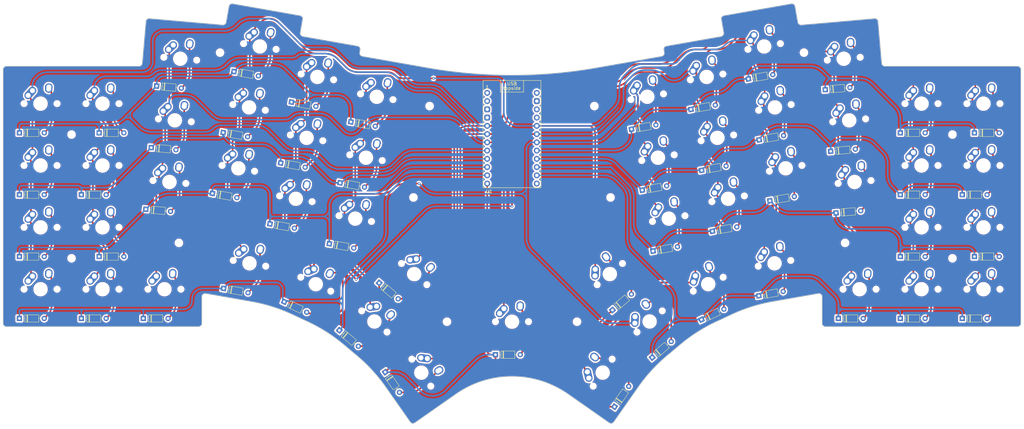
<source format=kicad_pcb>
(kicad_pcb (version 20221018) (generator pcbnew)
  (layers (0 "F.Cu" signal) (31 "B.Cu" signal) (34 "B.Paste" user) (35 "F.Paste" user) (36 "B.SilkS" user "B.Silkscreen") (37 "F.SilkS" user "F.Silkscreen") (38 "B.Mask" user) (39 "F.Mask" user) (44 "Edge.Cuts" user))
  (net 0 "")
  (net 1 "ROW0")
  (net 2 "Net-(D1-A)")
  (net 3 "Net-(D2-A)")
  (net 4 "Net-(D3-A)")
  (net 5 "Net-(D4-A)")
  (net 6 "Net-(D5-A)")
  (net 7 "ROW1")
  (net 8 "Net-(D7-A)")
  (net 9 "Net-(D8-A)")
  (net 10 "Net-(D9-A)")
  (net 11 "Net-(D10-A)")
  (net 12 "Net-(D11-A)")
  (net 13 "Net-(D12-A)")
  (net 14 "ROW2")
  (net 15 "Net-(D13-A)")
  (net 16 "Net-(D14-A)")
  (net 17 "Net-(D15-A)")
  (net 18 "Net-(D16-A)")
  (net 19 "Net-(D17-A)")
  (net 20 "Net-(D18-A)")
  (net 21 "ROW3")
  (net 22 "Net-(D19-A)")
  (net 23 "Net-(D20-A)")
  (net 24 "Net-(D21-A)")
  (net 25 "Net-(D22-A)")
  (net 26 "Net-(D23-A)")
  (net 27 "Net-(D24-A)")
  (net 28 "ROW4")
  (net 29 "Net-(D25-A)")
  (net 30 "Net-(D26-A)")
  (net 31 "Net-(D27-A)")
  (net 32 "Net-(D28-A)")
  (net 33 "Net-(D29-A)")
  (net 34 "Net-(D30-A)")
  (net 35 "ROW5")
  (net 36 "Net-(D31-A)")
  (net 37 "Net-(D32-A)")
  (net 38 "Net-(D33-A)")
  (net 39 "Net-(D34-A)")
  (net 40 "Net-(D35-A)")
  (net 41 "Net-(D36-A)")
  (net 42 "ROW6")
  (net 43 "Net-(D37-A)")
  (net 44 "Net-(D38-A)")
  (net 45 "Net-(D39-A)")
  (net 46 "Net-(D40-A)")
  (net 47 "Net-(D41-A)")
  (net 48 "Net-(D42-A)")
  (net 49 "ROW7")
  (net 50 "Net-(D43-A)")
  (net 51 "Net-(D44-A)")
  (net 52 "Net-(D45-A)")
  (net 53 "Net-(D46-A)")
  (net 54 "Net-(D47-A)")
  (net 55 "Net-(D48-A)")
  (net 56 "ROW8")
  (net 57 "Net-(D49-A)")
  (net 58 "Net-(D50-A)")
  (net 59 "Net-(D51-A)")
  (net 60 "Net-(D52-A)")
  (net 61 "Net-(D53-A)")
  (net 62 "Net-(D54-A)")
  (net 63 "COL0")
  (net 64 "COL1")
  (net 65 "COL2")
  (net 66 "COL3")
  (net 67 "COL4")
  (net 68 "COL5")
  (footprint "mx:MX-Alps-Hybrid-1U" (layer "F.Cu") (at 82.33 95.41)
    (fp_text reference "MX8" hide)
    (fp_text value "MX" hide)
  )
  (footprint "MountingHole:MountingHole_2.2mm_M2" (layer "F.Cu") (at 72.805 143.035)
    (fp_text reference "J2" hide)
    (fp_text value "Conn_01x01_Socket" hide)
  )
  (footprint "mx:MX-Alps-Hybrid-1U" (layer "F.Cu") (at 353.28 152.56)
    (fp_text reference "MX49" hide)
    (fp_text value "MX" hide)
  )
  (footprint "Diode_THT:D_DO-35_SOD27_P7.62mm_Horizontal" (layer "F.Cu") (at 306.293235 110.09483 5)
    (fp_text reference "D39" hide)
    (fp_text value "1N4148" hide)
  )
  (footprint "MountingHole:MountingHole_2.2mm_M2" (layer "F.Cu") (at 310.725912 138.293241)
    (fp_text reference "J12" hide)
    (fp_text value "Conn_01x01_Socket" hide)
  )
  (footprint "Diode_THT:D_DO-35_SOD27_P7.62mm_Horizontal" (layer "F.Cu") (at 263.304968 97.181051 10)
    (fp_text reference "D35" hide)
    (fp_text value "1N4148" hide)
  )
  (footprint "MountingHole:MountingHole_2.2mm_M2" (layer "F.Cu") (at 343.755 143.035)
    (fp_text reference "J13" hide)
    (fp_text value "Conn_01x01_Socket" hide)
  )
  (footprint "Diode_THT:D_DO-35_SOD27_P7.62mm_Horizontal" (layer "F.Cu") (at 346.78 161.56)
    (fp_text reference "D49" hide)
    (fp_text value "1N4148" hide)
  )
  (footprint "Diode_THT:D_DO-35_SOD27_P7.62mm_Horizontal" (layer "F.Cu") (at 56.78 161.56)
    (fp_text reference "D25" hide)
    (fp_text value "1N4148" hide)
  )
  (footprint "MountingHole:MountingHole_2.2mm_M2" (layer "F.Cu") (at 72.805 104.935)
    (fp_text reference "J1" hide)
    (fp_text value "Conn_01x01_Socket" hide)
  )
  (footprint "mx:MX-Alps-Hybrid-1U" (layer "F.Cu") (at 127.418365 96.571487 -10)
    (fp_text reference "MX16" hide)
    (fp_text value "MX" hide)
  )
  (footprint "Diode_THT:D_DO-35_SOD27_P7.62mm_Horizontal" (layer "F.Cu") (at 119.454281 104.306043 -10)
    (fp_text reference "D16" hide)
    (fp_text value "1N4148" hide)
  )
  (footprint "Diode_THT:D_DO-35_SOD27_P7.62mm_Horizontal" (layer "F.Cu") (at 98.976551 89.984297 -5)
    (fp_text reference "D9" hide)
    (fp_text value "1N4148" hide)
  )
  (footprint "Diode_THT:D_DO-35_SOD27_P7.62mm_Horizontal" (layer "F.Cu") (at 81.28 142.51)
    (fp_text reference "D20" hide)
    (fp_text value "1N4148" hide)
  )
  (footprint "Diode_THT:D_DO-35_SOD27_P7.62mm_Horizontal" (layer "F.Cu") (at 167.430781 150.620058 -40)
    (fp_text reference "D1" hide)
    (fp_text value "1N4148" hide)
  )
  (footprint "MountingHole:MountingHole_2.2mm_M2" (layer "F.Cu") (at 182.934357 96.163828)
    (fp_text reference "J5" hide)
    (fp_text value "Conn_01x01_Socket" hide)
  )
  (footprint "mx:MX-Alps-Hybrid-1U" (layer "F.Cu") (at 82.33 152.56)
    (fp_text reference "MX26" hide)
    (fp_text value "MX" hide)
  )
  (footprint "Diode_THT:D_DO-35_SOD27_P7.62mm_Horizontal" (layer "F.Cu") (at 158.719182 101.032878 -10)
    (fp_text reference "D12" hide)
    (fp_text value "1N4148" hide)
  )
  (footprint "PCM_marbastlib-xp-promicroish:ProMicro_USBup" (layer "F.Cu") (at 208.28 106.06)
    (fp_text reference "U1")
    (fp_text value "ProMicro")
  )
  (footprint "mx:MX-Alps-Hybrid-1U" (layer "F.Cu") (at 310.323782 81.585057 5)
    (fp_text reference "MX33" hide)
    (fp_text value "MX" hide)
  )
  (footprint "Diode_THT:D_DO-35_SOD27_P7.62mm_Horizontal" (layer "F.Cu") (at 138.229221 156.422676 -25)
    (fp_text reference "D29" hide)
    (fp_text value "1N4148" hide)
  )
  (footprint "Diode_THT:D_DO-35_SOD27_P7.62mm_Horizontal" (layer "F.Cu") (at 75.83 161.56)
    (fp_text reference "D26" hide)
    (fp_text value "1N4148" hide)
  )
  (footprint "mx:MX-Alps-Hybrid-1U" (layer "F.Cu") (at 82.33 114.46)
    (fp_text reference "MX14" hide)
    (fp_text value "MX" hide)
  )
  (footprint "mx:MX-Alps-Hybrid-1U" (layer "F.Cu") (at 268.143385 87.189068 10)
    (fp_text reference "MX35" hide)
    (fp_text value "MX" hide)
  )
  (footprint "Diode_THT:D_DO-35_SOD27_P7.62mm_Horizontal" (layer "F.Cu") (at 56.78 142.51)
    (fp_text reference "D19" hide)
    (fp_text value "1N4148" hide)
  )
  (footprint "Diode_THT:D_DO-35_SOD27_P7.62mm_Horizontal" (layer "F.Cu") (at 327.73 104.41)
    (fp_text reference "D32" hide)
    (fp_text value "1N4148" hide)
  )
  (footprint "mx:MX-Alps-Hybrid-1U" (layer "F.Cu") (at 289.141635 96.571487 10)
    (fp_text reference "MX40" hide)
    (fp_text value "MX" hide)
  )
  (footprint "mx:MX-Alps-Hybrid-1U" (layer "F.Cu") (at 101.38 152.56)
    (fp_text reference "MX27" hide)
    (fp_text value "MX" hide)
  )
  (footprint "MountingHole:MountingHole_2.2mm_M2" (layer "F.Cu") (at 238.587639 124.304709)
    (fp_text reference "J9" hide)
    (fp_text value "Conn_01x01_Socket" hide)
  )
  (footprint "mx:MX-Alps-Hybrid-1U" (layer "F.Cu") (at 353.28 114.46)
    (fp_text reference "MX37" hide)
    (fp_text value "MX" hide)
  )
  (footprint "Diode_THT:D_DO-35_SOD27_P7.62mm_Horizontal" (layer "F.Cu") (at 245.038317 103.290305 10)
    (fp_text reference "D36" hide)
    (fp_text value "1N4148" hide)
  )
  (footprint "Diode_THT:D_DO-35_SOD27_P7.62mm_Horizontal" (layer "F.Cu") (at 239.170642 158.976297 40)
    (fp_text reference "D4" hide)
    (fp_text value "1N4148" hide)
  )
  (footprint "MountingHole:MountingHole_2.2mm_M2" (layer "F.Cu") (at 233.625643 96.163828)
    (fp_text reference "J8" hide)
    (fp_text value "Conn_01x01_Socket" hide)
  )
  (footprint "mx:MX-Alps-Hybrid-1U" (layer "F.Cu") (at 249.876734 93.298322 10)
    (fp_text reference "MX36" hide)
    (fp_text value "MX" hide)
  )
  (footprint "mx:MX-Alps-Hybrid-1U" (layer "F.Cu") (at 130.726363 77.810899 -10)
    (fp_text reference "MX10" hide)
    (fp_text value "MX" hide)
  )
  (footprint "MountingHole:MountingHole_2.2mm_M2" (layer "F.Cu") (at 343.755 104.935)
    (fp_text reference "J14" hide)
    (fp_text value "Conn_01x01_Socket" hide)
  )
  (footprint "Diode_THT:D_DO-35_SOD27_P7.62mm_Horizontal" (layer "F.Cu") (at 327.73 142.51)
    (fp_text reference "D44" hide)
    (fp_text value "1N4148" hide)
  )
  (footprint "Diode_THT:D_DO-35_SOD27_P7.62mm_Horizontal" (layer "F.Cu") (at 155.411184 119.793466 -10)
    (fp_text reference "D18" hide)
    (fp_text value "1N4148" hide)
  )
  (footprint "mx:MX-Alps-Hybrid-1U" (layer "F.Cu") (at 311.984099 100.562566 5)
    (fp_text reference "MX39" hide)
    (fp_text value "MX" hide)
  )
  (footprint "Diode_THT:D_DO-35_SOD27_P7.62mm_Horizontal" (layer "F.Cu") (at 119.575386 152.320331 -10)
    (fp_text reference "D28" hide)
    (fp_text value "1N4148" hide)
  )
  (footprint "mx:MX-Alps-Hybrid-1U" (layer "F.Cu") (at 353.28 133.51)
    (fp_text reference "MX43" hide)
    (fp_text value "MX" hide)
  )
  (footprint "Diode_THT:D_DO-35_SOD27_P7.62mm_Horizontal" (layer "F.Cu") (at 251.654313 140.81148 10)
    (fp_text reference "D48" hide)
    (fp_text value "1N4148" hide)
  )
  (footprint "mx:MX-Alps-Hybrid-1U" (layer "F.Cu") (at 163.375269 112.05891 -10)
    (fp_text reference "MX18" hide)
    (fp_text value "MX" hide)
  )
  (footprint "Diode_THT:D_DO-35_SOD27_P7.62mm_Horizontal" (layer "F.Cu") (at 346.78 123.46)
    (fp_text reference "D37" hide)
    (fp_text value "1N4148" hide)
  )
  (footprint "mx:MX-Alps-Hybrid-1U" (layer "F.Cu") (at 334.23 152.56)
    (fp_text reference "MX50" hide)
    (fp_text value "MX" hide)
  )
  (footprint "mx:MX-Alps-Hybrid-1U" (layer "F.Cu") (at 148.416616 87.189068 -10)
    (fp_text reference "MX11" hide)
    (fp_text value "MX" hide)
  )
  (footprint "mx:MX-Alps-Hybrid-1U" (layer "F.Cu") (at 141.80062 124.710244 -10)
    (fp_text reference "MX23" hide)
    (fp_text value "MX" hide)
  )
  (footprint "Diode_THT:D_DO-35_SOD27_P7.62mm_Horizontal" (layer "F.Cu") (at 140.452532 94.923624 -10)
    (fp_text reference "D11" hide)
    (fp_text value "1N4148" hide)
  )
  (footprint "mx:MX-Alps-Hybrid-1U" (layer "F.Cu") (at 208.28 162.56)
    (fp_text reference "MX3" hide)
    (fp_text value "MX" hide)
  )
  (footprint "mx:MX-Alps-Hybrid-1U" (layer "F.Cu") (at 178.195158 147.903778 -40)
    (fp_text reference "MX1" hide)
    (fp_text value "MX" hide)
  )
  (footprint "mx:MX-Alps-Hybrid-1U" (layer "F.Cu") (at 274.75938 124.710244 10)
    (fp_text reference "MX47" hide)
    (fp_text value "MX" hide)
  )
  (footprint "Diode_THT:D_DO-35_SOD27_P7.62mm_Horizontal" (layer "F.Cu") (at 269.920963 134.702226 10)
    (fp_text reference "D47" hide)
    (fp_text value "1N4148" hide)
  )
  (footprint "mx:MX-Alps-Hybrid-1U" (layer "F.Cu") (at 145.108618 105.949656 -10)
    (fp_text reference "MX17" hide)
    (fp_text value "MX" hide)
  )
  (footprint "Diode_THT:D_DO-35_SOD27_P7.62mm_Horizontal" (layer "F.Cu") (at 122.762279 85.545455 -10)
    (fp_text reference "D10" hide)
    (fp_text value "1N4148" hide)
  )
  (footprint "mx:MX-Alps-Hybrid-1U" (layer "F.Cu") (at 166.683266 93.298322 -10)
    (fp_text reference "MX12" hide)
    (fp_text value "MX" hide)
  )
  (footprint "mx:MX-Alps-Hybrid-1U" (layer "F.Cu") (at 160.067271 130.819498 -10)
    (fp_text reference "MX24" hide)
    (fp_text value "MX" hide)
  )
  (footprint "mx:MX-Alps-Hybrid-1U" (layer "F.Cu") (at 289.02053 144.585775 10)
    (fp_text reference "MX52" hide)
    (fp_text value "MX" hide)
  )
  (footprint "mx:MX-Alps-Hybrid-1U" (layer "F.Cu") (at 334.23 95.41)
    (fp_text reference "MX32" hide)
    (fp_text value "MX" hide)
  )
  (footprint "Diode_THT:D_DO-35_SOD27_P7.62mm_Horizontal" (layer "F.Cu") (at 266.612965 115.941638 10)
    (fp_text reference "D41" hide)
    (fp_text value "1N4148" hide)
  )
  (footprint "mx:MX-Alps-Hybrid-1U" (layer "F.Cu") (at 268.636214 151.012925 25)
    (fp_text reference "MX53" hide)
    (fp_text value "MX" hide)
  )
  (footprint "mx:MX-Alps-Hybrid-1U" (layer "F.Cu") (at 285.833638 77.810899 10)
    (fp_text reference "MX34" hide)
    (fp_text value "MX" hide)
  )
  (footprint "Diode_THT:D_DO-35_SOD27_P7.62mm_Horizontal" (layer "F.Cu") (at 155.185677 165.213204 -40)
    (fp_text reference "D30" hide)
    (fp_text value "1N4148" hide)
  )
  (footprint "MountingHole:MountingHole_2.2mm_M2" (layer "F.Cu") (at 177.972361 124.304709)
    (fp_text reference "J6" hide)
    (fp_text value "Conn_01x01_Socket" hide)
  )
  (footprint "mx:MX-Alps-Hybrid-1U" (layer "F.Cu") (at 104.575901 100.562566 -5)
    (fp_text reference "MX15" hide)
    (fp_text value "MX" hide)
  )
  (footprint "Diode_THT:D_DO-35_SOD27_P7.62mm_Horizontal" (layer "F.Cu") (at 350.52 104.41)
    (fp_text reference "D31" hide)
    (fp_text value "1N4148" hide)
  )
  (footprint "mx:MX-Alps-Hybrid-1U" (layer "F.Cu") (at 353.28 95.41)
    (fp_text reference "MX31" hide)
    (fp_text value "MX" hide)
  )
  (footprint "Diode_THT:D_DO-35_SOD27_P7.62mm_Horizontal" (layer "F.Cu") (at 81.28 104.41)
    (fp_text reference "D8" hide)
    (fp_text value "1N4148" hide)
  )
  (footprint "Diode_THT:D_DO-35_SOD27_P7.62mm_Horizontal" (layer "F.Cu") (at 284.182113 154.577757 10)
    (fp_text reference "D52" hide)
    (fp_text value "1N4148" hide)
  )
  (footprint "mx:MX-Alps-Hybrid-1U" (layer "F.Cu") (at 236.170186 178.255157 55)
    (fp_text reference "MX5" hide)
    (fp_text value "MX" hide)
  )
  (footprint "Diode_THT:D_DO-35_SOD27_P7.62mm_Horizontal" (layer "F.Cu") (at 56.78 104.41)
    (fp_text reference "D7" hide)
    (fp_text value "1N4148" hide)
  )
  (footprint "Diode_THT:D_DO-35_SOD27_P7.62mm_Horizontal" (layer "F.Cu") (at 307.953552 129.072339 5)
    (fp_text reference "D45" hide)
    (fp_text value "1N4148" hide)
  )
  (footprint "mx:MX-Alps-Hybrid-1U" (layer "F.Cu") (at 256.49273 130.819498 10)
    (fp_text reference "MX48" hide)
    (fp_text value "MX" hide)
  )
  (footprint "Diode_THT:D_DO-35_SOD27_P7.62mm_Horizontal" (layer "F.Cu") (at 287.611216 125.324057 10)
    (fp_text reference "D46" hide)
    (fp_text value "1N4148" hide)
  )
  (footprint "Diode_THT:D_DO-35_SOD27_P7.62mm_Horizontal" (layer "F.Cu") (at 239.814307 188.741833 55)
    (fp_text reference "D5" hide)
    (fp_text value "1N4148" hide)
  )
  (footprint "mx:MX-Alps-Hybrid-1U" (layer "F.Cu") (at 334.23 114.46)
    (fp_text reference "MX38" hide)
    (fp_text value "MX" hide)
  )
  (footprint "mx:MX-Alps-Hybrid-1U" (layer "F.Cu") (at 127.539471 144.585775 -10)
    (fp_text reference "MX28" hide)
    (fp_text value "MX" hide)
  )
  (footprint "Diode_THT:D_DO-35_SOD27_P7.62mm_Horizontal" (layer "F.Cu") (at 350.52 142.51)
    (fp_text reference "D43" hide)
    (fp_text value "1N4148" hide)
  )
  (footprint "Diode_THT:D_DO-35_SOD27_P7.62mm_Horizontal" (layer "F.Cu") (at 75.83 123.46)
    (fp_text reference "D14" hide)
    (fp_text value "1N4148" hide)
  )
  (footprint "Diode_THT:D_DO-35_SOD27_P7.62mm_Horizontal" (layer "F.Cu") (at 248.346315 122.050892 10)
    (fp_text reference "D42" hide)
    (fp_text value "1N4148" hide)
  )
  (footprint "Diode_THT:D_DO-35_SOD27_P7.62mm_Horizontal" (layer "F.Cu") (at 304.632918 91.117321 5)
    (fp_text reference "D33" hide)
    (fp_text value "1N4148" hide)
  )
  (footprint "MountingHole:MountingHole_2.2mm_M2" (layer "F.Cu") (at 105.834088 138.293241)
    (fp_text reference "J4" hide)
    (fp_text value "Conn_01x01_Socket" hide)
  )
  (footprint "mx:MX-Alps-Hybrid-1U" (layer "F.Cu") (at 292.449633 115.332074 10)
    (fp_text reference "MX46" hide)
    (fp_text value "MX" hide)
  )
  (footprint "mx:MX-Alps-Hybrid-1U" (layer "F.Cu") (at 313.644416 119.540075 5)
    (fp_text reference "MX45" hide)
    (fp_text value "MX" hide)
  )
  (footprint "MountingHole:MountingHole_2.2mm_M2" (layer "F.Cu") (at 188.28 162.56)
    (fp_text reference "J7" hide)
    (fp_text value "Conn_01x01_Socket" hide)
  )
  (footprint "mx:MX-Alps-Hybrid-1U" (layer "F.Cu") (at 63.28 95.41)
    (fp_text reference "MX7" hide)
    (fp_text value "MX" hide)
  )
  (footprint "mx:MX-Alps-Hybrid-1U" (layer "F.Cu") (at 180.389815 178.255157 -55)
    (fp_text reference "MX2" hide)
    (fp_text value "MX" hide)
  )
  (footprint "Diode_THT:D_DO-35_SOD27_P7.62mm_Horizontal" (layer "F.Cu") (at 308.68 161.56)
    (fp_text reference "D51" hide)
    (fp_text value "1N4148" hide)
  )
  (footprint "Diode_THT:D_DO-35_SOD27_P7.62mm_Horizontal" (layer "F.Cu") (at 97.316234 108.961806 -5)
    (fp_text reference "D15" hide)
    (fp_text value "1N4148" hide)
  )
  (footprint "mx:MX-Alps-Hybrid-1U" (layer "F.Cu") (at 106.236218 81.585057 -5)
    (fp_text reference "MX9" hide)
    (fp_text value "MX" hide)
  )
  (footprint "mx:MX-Alps-Hybrid-1U" (layer "F.Cu") (at 238.364842 147.903778 40)
    (fp_text reference "MX4" hide)
    (fp_text value "MX" hide)
  )
  (footprint "mx:MX-Alps-Hybrid-1U" (layer "F.Cu") (at 82.33 133.51)
    (fp_text reference "MX20" hide)
    (fp_text value "MX" hide)
  )
  (footprint "MountingHole:MountingHole_2.2mm_M2" (layer "F.Cu") (at 298.07871 79.697978)
    (fp_text reference "J11" hide)
    (fp_text value "Conn_01x01_Socket" hide)
  )
  (footprint "Diode_THT:D_DO-35_SOD27_P7.62mm_Horizontal" (layer "F.Cu") (at 280.99522 87.802881 10)
    (fp_text reference "D34" hide)
    (fp_text value "1N4148" hide)
  )
  (footprint "MountingHole:MountingHole_2.2mm_M2" (layer "F.Cu") (at 118.48129 79.697978)
    (fp_text reference "J3" hide)
    (fp_text value "Conn_01x01_Socket" hide)
  )
  (footprint "Diode_THT:D_DO-35_SOD27_P7.62mm_Horizontal" (layer "F.Cu") (at 152.103187 138.554054 -10)
    (fp_text reference "D24" hide)
    (fp_text value "1N4148" hide)
  )
  (footprint "mx:MX-Alps-Hybrid-1U" (layer "F.Cu") (at 165.950054 162.496924 -40)
    (fp_text reference "MX30" hide)
    (fp_text value "MX" hide)
  )
  (footprint "mx:MX-Alps-Hybrid-1U" (layer "F.Cu") (at 253.184732 112.05891 10)
    (fp_text reference "MX42" hide)
    (fp_text value "MX" hide)
  )
  (footprint "mx:MX-Alps-Hybrid-1U" (layer "F.Cu") (at 250.609946 162.496924 40)
    (fp_text reference "MX54" hide)
    (fp_text value "MX" hide)
  )
  (footprint "mx:MX-Alps-Hybrid-1U" (layer "F.Cu") (at 271.451383 105.949656 10)
    (fp_text reference "MX41" hide)
    (fp_text value "MX" hide)
  )
  (footprint "Diode_THT:D_DO-35_SOD27_P7.62mm_Horizontal" (layer "F.Cu") (at 133.836536 132.4448 -10)
    (fp_text reference "D23" hide)
    (fp_text value "1N4148" hide)
  )
  (footprint "mx:MX-Alps-Hybrid-1U" (layer "F.Cu") (at 124.110368 115.332074 -10)
    (fp_text reference "MX22" hide)
    (fp_text value "MX" hide)
  )
  (footprint "mx:MX-Alps-Hybrid-1U" (layer "F.Cu") (at 63.28 133.51)
    (fp_text reference "MX19" hide)
    (fp_text value "MX" hide)
  )
  (footprint "Diode_THT:D_DO-35_SOD27_P7.62mm_Horizontal" (layer "F.Cu") (at 251.415746 173.569443 40)
    (fp_text reference "D54" hide)
    (fp_text value "1N4148" hide)
  )
  (footprint "mx:MX-Alps-Hybrid-1U" (layer "F.Cu") (at 147.923786 151.012925 -25)
    (fp_text reference "MX29" hide)
    (fp_text value "MX" hide)
  )
  (footprint "Diode_THT:D_DO-35_SOD27_P7.62mm_Horizontal" (layer "F.Cu") (at 284.303218 106.563469 10)
    (fp_text reference "D40" hide)
    (fp_text value "1N4148" hide)
  )
  (footprint "Diode_THT:D_DO-35_SOD27_P7.62mm_Horizontal" (layer "F.Cu") (at 327.73 161.56)
    (fp_text reference "D50" hide)
    (fp_text value "1N4148" hide)
  )
  (footprint "mx:MX-Alps-Hybrid-1U" (layer "F.Cu") (at 102.915584 119.540075 -5)
    (fp_text reference "MX21" hide)
    (fp_text value "MX" hide)
  )
  (footprint "Diode_THT:D_DO-35_SOD27_P7.62mm_Horizontal" (layer "F.Cu") (at 116.146283 123.066631 -10)
    (fp_text reference "D22" hide)
    (fp_text value "1N4148" hide)
  )
  (footprint "mx:MX-Alps-Hybrid-1U" (layer "F.Cu") (at 334.23 133.51)
    (fp_text reference "MX44" hide)
    (fp_text value "MX" hide)
  )
  (footprint "Diode_THT:D_DO-35_SOD27_P7.62mm_Horizontal" (layer "F.Cu") (at 203.2 172.72)
    (fp_text reference "D3" hide)
    (fp_text value "1N4148" hide)
  )
  (footprint "Diode_THT:D_DO-35_SOD27_P7.62mm_Horizontal" (layer "F.Cu") (at 94.88 161.56)
    (fp_text reference "D27" hide)
    (fp_text value "1N4148" hide)
  )
  (footprint "MountingHole:MountingHole_2.2mm_M2" (layer "F.Cu") (at 228.28 162.56)
    (fp_text reference "J10" hide)
    (fp_text value "Conn_01x01_Socket" hide)
  )
  (footprint "Diode_THT:D_DO-35_SOD27_P7.62mm_Horizontal" (layer "F.Cu") (at 327.73 123.46)
    (fp_text reference "D38" hide)
    (fp_text value "1N4148" hide)
  )
  (footprint "Diode_THT:D_DO-35_SOD27_P7.62mm_Horizontal" (layer "F.Cu") (at 95.655917 127.939315 -5)
    (fp_text reference "D21" hide)
    (fp_text value "1N4148" hide)
  )
  (footprint "Diode_THT:D_DO-35_SOD27_P7.62mm_Horizontal" (layer "F.Cu") (at 56.78 123.46)
    (fp_text reference "D13" hide)
    (fp_text value "1N4148" hide)
  )
  (footprint "mx:MX-Alps-Hybrid-1U" (layer "F.Cu") (at 63.28 114.46)
    (fp_text reference "MX13" hide)
    (fp_text value "MX" hide)
  )
  (footprint "mx:MX-Alps-Hybrid-1U" (layer "F.Cu") (at 315.18 152.56)
    (fp_text reference "MX51" hide)
    (fp_text value "MX" hide)
  )
  (footprint "Diode_THT:D_DO-35_SOD27_P7.62mm_Horizontal" (layer "F.Cu") (at 266.548778 161.916713 25)
    (fp_text reference "D53" hide)
    (fp_text value "1N4148" hide)
  )
  (footprint "Diode_THT:D_DO-35_SOD27_P7.62mm_Horizontal" (layer "F.Cu") (at 137.144534 113.684212 -10)
    (fp_text reference "D17" hide)
    (fp_text value "1N4148" hide)
  )
  (footprint "mx:MX-Alps-Hybrid-1U" (layer "F.Cu") (at 63.28 152.56)
    (fp_text reference "MX25" hide)
    (fp_text value "MX" hide)
  )
  (footprint "Diode_THT:D_DO-35_SOD27_P7.62mm_Horizontal" (layer "F.Cu") (at 169.289199 178.092856 -55)
    (fp_text reference "D2" hide)
    (fp_text value "1N4148" hide)
  )
  (gr_arc (start 323.010356 83.885) (mid 322.334792 83.622261) (end 322.014161 82.972156) (stroke (width 0.2)) (layer "Edge.Cuts"))
  (gr_arc (start 247.147565 182.671059) (mid 251.2413 177.57037) (end 255.965786 173.047659) (stroke (width 0.2)) (layer "Edge.Cuts"))
  (gr_arc (start 304.655 164.085) (mid 303.947893 163.792107) (end 303.655 163.085) (stroke (width 0.2)) (layer "Edge.Cuts"))
  (gr_arc (start 239.574021 193.487201) (mid 238.928522 193.898401) (end 238.181293 193.732776) (stroke (width 0.2)) (layer "Edge.Cuts"))
  (gr_line (start 162.258691 80.815358) (end 182.232773 84.337328) (stroke (width 0.2)) (layer "Edge.Cuts"))
  (gr_line (start 260.07036 169.603513) (end 255.965786 173.047659) (stroke (width 0.2)) (layer "Edge.Cuts"))
  (gr_line (start 122.362557 64.633342) (end 143.09276 68.288636) (stroke (width 0.2)) (layer "Edge.Cuts"))
  (gr_arc (start 160.594214 173.047659) (mid 165.3187 177.570371) (end 169.412435 182.671059) (stroke (width 0.2)) (layer "Edge.Cuts"))
  (gr_arc (start 112.905 163.085) (mid 112.612107 163.792107) (end 111.905 164.085) (stroke (width 0.2)) (layer "Edge.Cuts"))
  (gr_line (start 320.887612 70.095638) (end 322.014161 82.972156) (stroke (width 0.2)) (layer "Edge.Cuts"))
  (gr_arc (start 363.805 83.885) (mid 364.512107 84.177893) (end 364.805 84.885) (stroke (width 0.2)) (layer "Edge.Cuts"))
  (gr_line (start 363.805 164.085) (end 304.655 164.085) (stroke (width 0.2)) (layer "Edge.Cuts"))
  (gr_line (start 254.965828 78.825261) (end 255.112469 79.656902) (stroke (width 0.2)) (layer "Edge.Cuts"))
  (gr_line (start 161.594172 78.825261) (end 161.447531 79.656902) (stroke (width 0.2)) (layer "Edge.Cuts"))
  (gr_line (start 254.301309 80.815358) (end 234.327227 84.337328) (stroke (width 0.2)) (layer "Edge.Cuts"))
  (gr_arc (start 273.379119 73.547648) (mid 273.213466 74.294877) (end 272.56796 74.706104) (stroke (width 0.2)) (layer "Edge.Cuts"))
  (gr_arc (start 160.783012 77.666806) (mid 161.428516 78.078037) (end 161.594172 78.825261) (stroke (width 0.2)) (layer "Edge.Cuts"))
  (gr_arc (start 143.99204 74.706104) (mid 143.346536 74.294873) (end 143.180881 73.547648) (stroke (width 0.2)) (layer "Edge.Cuts"))
  (gr_arc (start 128.176544 156.4009) (mid 134.529425 157.95544) (end 140.625048 160.325898) (stroke (width 0.2)) (layer "Edge.Cuts"))
  (gr_arc (start 191.072707 184.844342) (mid 208.28 179.418903) (end 225.487293 184.844342) (stroke (width 0.2)) (layer "Edge.Cuts"))
  (gr_line (start 364.805 163.085) (end 364.805 84.885) (stroke (width 0.2)) (layer "Edge.Cuts"))
  (gr_arc (start 120.341986 70.333797) (mid 119.96594 70.953503) (end 119.270022 71.156343) (stroke (width 0.2)) (layer "Edge.Cuts"))
  (gr_arc (start 143.09276 68.288636) (mid 143.738264 68.699867) (end 143.903919 69.447092) (stroke (width 0.2)) (layer "Edge.Cuts"))
  (gr_arc (start 112.905 154.899868) (mid 113.262212 154.133823) (end 114.078648 153.91506) (stroke (width 0.2)) (layer "Edge.Cuts"))
  (gr_line (start 169.412435 182.671059) (end 176.985979 193.487201) (stroke (width 0.2)) (layer "Edge.Cuts"))
  (gr_arc (start 95.672388 70.095638) (mid 96.025795 69.416749) (end 96.755739 69.186599) (stroke (width 0.2)) (layer "Edge.Cuts"))
  (gr_line (start 120.341986 70.333797) (end 121.204101 65.444502) (stroke (width 0.2)) (layer "Edge.Cuts"))
  (gr_arc (start 51.755 84.885) (mid 52.047893 84.177893) (end 52.755 83.885) (stroke (width 0.2)) (layer "Edge.Cuts"))
  (gr_line (start 156.48964 169.603513) (end 160.594214 173.047659) (stroke (width 0.2)) (layer "Edge.Cuts"))
  (gr_arc (start 275.934952 160.325898) (mid 282.030574 157.955436) (end 288.383456 156.4009) (stroke (width 0.2)) (layer "Edge.Cuts"))
  (gr_arc (start 319.804261 69.186599) (mid 320.534195 69.416756) (end 320.887612 70.095638) (stroke (width 0.2)) (layer "Edge.Cuts"))
  (gr_line (start 52.755 164.085) (end 111.905 164.085) (stroke (width 0.2)) (layer "Edge.Cuts"))
  (gr_arc (start 294.197443 64.633342) (mid 294.944662 64.798996) (end 295.355899 65.444502) (stroke (width 0.2)) (layer "Edge.Cuts"))
  (gr_line (start 238.181293 193.732776) (end 225.487293 184.844342) (stroke (width 0.2)) (layer "Edge.Cuts"))
  (gr_line (start 296.218014 70.333797) (end 295.355899 65.444502) (stroke (width 0.2)) (layer "Edge.Cuts"))
  (gr_line (start 272.56796 74.706104) (end 255.776988 77.666806) (stroke (width 0.2)) (layer "Edge.Cuts"))
  (gr_line (start 275.934952 160.325898) (end 271.078827 162.590346) (stroke (width 0.2)) (layer "Edge.Cuts"))
  (gr_line (start 273.379119 73.547648) (end 272.656081 69.447092) (stroke (width 0.2)) (layer "Edge.Cuts"))
  (gr_arc (start 162.258691 80.815358) (mid 161.613187 80.404127) (end 161.447531 79.656902) (stroke (width 0.2)) (layer "Edge.Cuts"))
  (gr_arc (start 272.656081 69.447092) (mid 272.821715 68.699838) (end 273.46724 68.288636) (stroke (width 0.2)) (layer "Edge.Cuts"))
  (gr_line (start 143.180881 73.547648) (end 143.903919 69.447092) (stroke (width 0.2)) (layer "Edge.Cuts"))
  (gr_arc (start 145.481173 162.590346) (mid 151.21524 165.736163) (end 156.48964 169.603513) (stroke (width 0.2)) (layer "Edge.Cuts"))
  (gr_arc (start 364.805 163.085) (mid 364.512107 163.792107) (end 363.805 164.085) (stroke (width 0.2)) (layer "Edge.Cuts"))
  (gr_line (start 302.481352 153.91506) (end 288.383456 156.4009) (stroke (width 0.2)) (layer "Edge.Cuts"))
  (gr_line (start 96.755739 69.186599) (end 119.270022 71.156343) (stroke (width 0.2)) (layer "Edge.Cuts"))
  (gr_line (start 323.010356 83.885) (end 363.805 83.885) (stroke (width 0.2)) (layer "Edge.Cuts"))
  (gr_line (start 93.549644 83.885) (end 52.755 83.885) (stroke (width 0.2)) (layer "Edge.Cuts"))
  (gr_arc (start 94.545839 82.972156) (mid 94.225234 83.622278) (end 93.549644 83.885) (stroke (width 0.2)) (layer "Edge.Cuts"))
  (gr_line (start 140.625048 160.325898) (end 145.481173 162.590346) (stroke (width 0.2)) (layer "Edge.Cuts"))
  (gr_line (start 303.655 163.085) (end 303.655 154.899868) (stroke (width 0.2)) (layer "Edge.Cuts"))
  (gr_line (start 247.147565 182.671059) (end 239.574021 193.487201) (stroke (width 0.2)) (layer "Edge.Cuts"))
  (gr_arc (start 302.481352 153.91506) (mid 303.297798 154.133823) (end 303.655 154.899868) (stroke (width 0.2)) (layer "Edge.Cuts"))
  (gr_line (start 178.378707 193.732776) (end 191.072707 184.844342) (stroke (width 0.2)) (layer "Edge.Cuts"))
  (gr_arc (start 297.289978 71.156343) (mid 296.594036 70.953514) (end 296.218014 70.333797) (stroke (width 0.2)) (layer "Edge.Cuts"))
  (gr_line (start 319.804261 69.186599) (end 297.289978 71.156343) (stroke (width 0.2)) (layer "Edge.Cuts"))
  (gr_line (start 51.755 163.085) (end 51.755 84.885) (stroke (width 0.2)) (layer "Edge.Cuts"))
  (gr_arc (start 121.204101 65.444502) (mid 121.615332 64.798998) (end 122.362557 64.633342) (stroke (width 0.2)) (layer "Edge.Cuts"))
  (gr_arc (start 178.378707 193.732776) (mid 177.631483 193.898432) (end 176.985979 193.487201) (stroke (width 0.2)) (layer "Edge.Cuts"))
  (gr_arc (start 255.112469 79.656902) (mid 254.946835 80.404149) (end 254.301309 80.815358) (stroke (width 0.2)) (layer "Edge.Cuts"))
  (gr_arc (start 52.755 164.085) (mid 52.047893 163.792107) (end 51.755 163.085) (stroke (width 0.2)) (layer "Edge.Cuts"))
  (gr_line (start 143.99204 74.706104) (end 160.783012 77.666806) (stroke (width 0.2)) (layer "Edge.Cuts"))
  (gr_arc (start 260.07036 169.603513) (mid 265.344761 165.736164) (end 271.078827 162.590346) (stroke (width 0.2)) (layer "Edge.Cuts"))
  (gr_line (start 112.905 163.085) (end 112.905 154.899868) (stroke (width 0.2)) (layer "Edge.Cuts"))
  (gr_line (start 95.672388 70.095638) (end 94.545839 82.972156) (stroke (width 0.2)) (layer "Edge.Cuts"))
  (gr_line (start 114.078648 153.91506) (end 128.176544 156.4009) (stroke (width 0.2)) (layer "Edge.Cuts"))
  (gr_arc (start 234.327227 84.337328) (mid 208.28 86.616165) (end 182.232773 84.337328) (stroke (width 0.2)) (layer "Edge.Cuts"))
  (gr_line (start 294.197443 64.633342) (end 273.46724 68.288636) (stroke (width 0.2)) (layer "Edge.Cuts"))
  (gr_arc (start 254.965828 78.825261) (mid 255.131479 78.078037) (end 255.776988 77.666806) (stroke (width 0.2)) (layer "Edge.Cuts"))
  (segment (start 223.845731 177.488792) (end 233.504979 187.14804) (width 0.5) (layer "F.Cu") (net 1))
  (segment (start 177.837055 167.291036) (end 177.837055 163.258256) (width 0.5) (layer "F.Cu") (net 1))
  (segment (start 201.93 172.72) (end 203.2 172.72) (width 0.5) (layer "F.Cu") (net 1))
  (segment (start 176.243262 171.138792) (end 169.289199 178.092856) (width 0.5) (layer "F.Cu") (net 1))
  (segment (start 168.210621 153.605621) (end 177.781472 163.176472) (width 0.5) (layer "F.Cu") (net 1))
  (segment (start 223.666151 174.480787) (end 239.170642 158.976297) (width 0.5) (layer "F.Cu") (net 1))
  (segment (start 167.430781 151.722919) (end 167.430781 150.620058) (width 0.5) (layer "F.Cu") (net 1))
  (segment (start 237.352735 188.741833) (end 239.814307 188.741833) (width 0.5) (layer "F.Cu") (net 1))
  (segment (start 200.66 171.45) (end 200.66 120.03) (width 0.5) (layer "F.Cu") (net 1))
  (segment (start 205.368025 175.895) (end 219.997975 175.895) (width 0.5) (layer "F.Cu") (net 1))
  (segment (start 203.2 173.726974) (end 203.2 172.72) (width 0.5) (layer "F.Cu") (net 1))
  (segment (start 177.781472 163.176472) (end 177.818527 163.213527) (width 0.5) (layer "F.Cu") (net 1))
  (arc (start 203.2 173.726974) (mid 203.365031 174.556641) (end 203.835 175.26) (width 0.5) (layer "F.Cu") (net 1))
  (arc (start 203.835 175.26) (mid 204.538357 175.729968) (end 205.368025 175.895) (width 0.5) (layer "F.Cu") (net 1))
  (arc (start 177.837055 167.291036) (mid 177.422841 169.373426) (end 176.243262 171.138792) (width 0.5) (layer "F.Cu") (net 1))
  (arc (start 219.997975 175.895) (mid 222.033694 175.527458) (end 223.666151 174.480787) (width 0.5) (layer "F.Cu") (net 1))
  (arc (start 233.504979 187.14804) (mid 235.270344 188.327619) (end 237.352735 188.741833) (width 0.5) (layer "F.Cu") (net 1))
  (arc (start 177.818527 163.213527) (mid 177.832239 163.234049) (end 177.837055 163.258256) (width 0.5) (layer "F.Cu") (net 1))
  (arc (start 223.666151 174.480787) (mid 223.132962 175.947597) (end 223.845731 177.488792) (width 0.5) (layer "F.Cu") (net 1))
  (arc (start 223.845731 177.488792) (mid 222.080365 176.309213) (end 219.997975 175.895) (width 0.5) (layer "F.Cu") (net 1))
  (arc (start 200.66 171.45) (mid 201.031974 172.348025) (end 201.93 172.72) (width 0.5) (layer "F.Cu") (net 1))
  (arc (start 167.430781 151.722919) (mid 167.633454 152.74183) (end 168.210621 153.605621) (width 0.5) (layer "F.Cu") (net 1))
  (segment (start 197.183455 174.291544) (end 187.626544 183.848455) (width 0.5) (layer "B.Cu") (net 1))
  (segment (start 175.876648 179.686648) (end 180.038455 183.848455) (width 0.5) (layer "B.Cu") (net 1))
  (segment (start 172.028892 178.092856) (end 169.289199 178.092856) (width 0.5) (layer "B.Cu") (net 1))
  (segment (start 200.9775 172.72) (end 203.2 172.72) (width 0.5) (layer "B.Cu") (net 1))
  (arc (start 187.626544 183.848455) (mid 185.885822 185.011568) (end 183.8325 185.42) (width 0.5) (layer "B.Cu") (net 1))
  (arc (start 200.9775 172.72) (mid 198.924177 173.12843) (end 197.183455 174.291544) (width 0.5) (layer "B.Cu") (net 1))
  (arc (start 180.038455 183.848455) (mid 181.779177 185.011568) (end 183.8325 185.42) (width 0.5) (layer "B.Cu") (net 1))
  (arc (start 175.876648 179.686648) (mid 174.111282 178.507069) (end 172.028892 178.092856) (width 0.5) (layer "B.Cu") (net 1))
  (segment (start 183.002813 146.630367) (end 183.002813 146.063547) (width 0.5) (layer "F.Cu") (net 2))
  (segment (start 175.181774 155.018224) (end 182.60201 147.597989) (width 0.5) (layer "F.Cu") (net 2))
  (segment (start 173.97497 155.5181) (end 173.26804 155.5181) (width 0.5) (layer "F.Cu") (net 2))
  (arc (start 183.002813 146.630367) (mid 182.898647 147.15404) (end 182.60201 147.597989) (width 0.5) (layer "F.Cu") (net 2))
  (arc (start 175.181774 155.018224) (mid 174.628087 155.388186) (end 173.97497 155.5181) (width 0.5) (layer "F.Cu") (net 2))
  (segment (start 180.49088 182.741002) (end 185.50994 177.721943) (width 0.5) (layer "F.Cu") (net 3))
  (segment (start 176.643124 184.334795) (end 173.659851 184.334795) (width 0.5) (layer "F.Cu") (net 3))
  (arc (start 180.49088 182.741002) (mid 178.725514 183.920581) (end 176.643124 184.334795) (width 0.5) (layer "F.Cu") (net 3))
  (segment (start 211.1175 158.3975) (end 210.78 158.06) (width 0.5) (layer "F.Cu") (net 4))
  (segment (start 211.455 171.635987) (end 211.455 159.212297) (width 0.5) (layer "F.Cu") (net 4))
  (segment (start 211.1375 172.4025) (end 210.82 172.72) (width 0.5) (layer "F.Cu") (net 4))
  (arc (start 211.455 171.635987) (mid 211.372484 172.05082) (end 211.1375 172.4025) (width 0.5) (layer "F.Cu") (net 4))
  (arc (start 211.1175 158.3975) (mid 211.367286 158.771332) (end 211.455 159.212297) (width 0.5) (layer "F.Cu") (net 4))
  (segment (start 245.007901 152.274178) (end 245.007901 154.078255) (width 0.5) (layer "F.Cu") (net 5))
  (segment (start 243.732225 149.194425) (end 237.387409 142.849609) (width 0.5) (layer "F.Cu") (net 5))
  (arc (start 243.732225 149.194425) (mid 244.676363 150.607427) (end 245.007901 152.274178) (width 0.5) (layer "F.Cu") (net 5))
  (segment (start 234.569563 173.626183) (end 233.917943 173.626183) (width 0.5) (layer "F.Cu") (net 6))
  (segment (start 242.647038 177.242038) (end 242.869763 177.464763) (width 0.5) (layer "F.Cu") (net 6))
  (segment (start 244.184959 180.639926) (end 244.184959 182.499894) (width 0.5) (layer "F.Cu") (net 6))
  (segment (start 239.395 175.895) (end 239.094295 175.895) (width 0.5) (layer "F.Cu") (net 6))
  (segment (start 235.681947 174.086947) (end 236.355591 174.760591) (width 0.5) (layer "F.Cu") (net 6))
  (arc (start 235.681947 174.086947) (mid 235.171581 173.745931) (end 234.569563 173.626183) (width 0.5) (layer "F.Cu") (net 6))
  (arc (start 236.355591 174.760591) (mid 237.612119 175.600176) (end 239.094295 175.895) (width 0.5) (layer "F.Cu") (net 6))
  (arc (start 242.869763 177.464763) (mid 243.84315 178.92154) (end 244.184959 180.639926) (width 0.5) (layer "F.Cu") (net 6))
  (arc (start 242.647038 177.242038) (mid 241.15499 176.245083) (end 239.395 175.895) (width 0.5) (layer "F.Cu") (net 6))
  (segment (start 158.719182 96.993441) (end 158.719182 101.032878) (width 0.5) (layer "B.Cu") (net 7))
  (segment (start 56.78 102.231629) (end 56.78 104.41) (width 0.5) (layer "B.Cu") (net 7))
  (segment (start 122.037506 86.270227) (end 122.762279 85.545455) (width 0.5) (layer "B.Cu") (net 7))
  (segment (start 167.926036 115.57) (end 155.288963 115.57) (width 0.5) (layer "B.Cu") (net 7))
  (segment (start 141.953963 109.855) (end 145.066036 109.855) (width 0.5) (layer "B.Cu") (net 7))
  (segment (start 91.372712 100.262712) (end 93.656207 102.546207) (width 0.5) (layer "B.Cu") (net 7))
  (segment (start 154.43574 92.71) (end 148.250268 92.71) (width 0.5) (layer "B.Cu") (net 7))
  (segment (start 118.78323 102.1025) (end 129.693536 102.1025) (width 0.5) (layer "B.Cu") (net 7))
  (segment (start 123.928639 84.35136) (end 122.762279 85.517721) (width 0.5) (layer "B.Cu") (net 7))
  (segment (start 138.753792 84.778792) (end 145.578188 91.603188) (width 0.5) (layer "B.Cu") (net 7))
  (segment (start 57.411629 101.6) (end 79.875 101.6) (width 0.5) (layer "B.Cu") (net 7))
  (segment (start 178.133963 109.87) (end 200.66 109.87) (width 0.5) (layer "B.Cu") (net 7))
  (segment (start 99.653275 87.671724) (end 99.55491 87.770089) (width 0.5) (layer "B.Cu") (net 7))
  (segment (start 85.469637 101.6) (end 82.685 101.6) (width 0.5) (layer "B.Cu") (net 7))
  (segment (start 148.913792 111.448792) (end 151.441207 113.976207) (width 0.5) (layer "B.Cu") (net 7))
  (segment (start 91.372711 97.588135) (end 98.398191 90.562656) (width 0.5) (layer "B.Cu") (net 7))
  (segment (start 101.287032 86.995) (end 120.28775 86.995) (width 0.5) (layer "B.Cu") (net 7))
  (segment (start 79.875 101.6) (end 82.685 101.6) (width 0.5) (layer "B.Cu") (net 7))
  (segment (start 134.906036 83.185) (end 126.744482 83.185) (width 0.5) (layer "B.Cu") (net 7))
  (segment (start 142.906107 94.923624) (end 140.452532 94.923624) (width 0.5) (layer "B.Cu") (net 7))
  (segment (start 88.698136 100.262712) (end 91.372711 97.588135) (width 0.5) (layer "B.Cu") (net 7))
  (segment (start 113.864269 104.14) (end 97.503963 104.14) (width 0.5) (layer "B.Cu") (net 7))
  (segment (start 138.106207 108.261207) (end 133.541292 103.696292) (width 0.5) (layer "B.Cu") (net 7))
  (segment (start 81.28 103.005) (end 81.28 104.41) (width 0.5) (layer "B.Cu") (net 7))
  (segment (start 174.286206 111.463792) (end 171.773792 113.976207) (width 0.5) (layer "B.Cu") (net 7))
  (arc (start 148.913792 111.448792) (mid 147.148426 110.269213) (end 145.066036 109.855) (width 0.5) (layer "B.Cu") (net 7))
  (arc (start 122.037506 86.270227) (mid 121.234711 86.806637) (end 120.28775 86.995) (width 0.5) (layer "B.Cu") (net 7))
  (arc (start 91.372712 100.262712) (mid 90.035424 99.708789) (end 88.698136 100.262712) (width 0.5) (layer "B.Cu") (net 7))
  (arc (start 98.976551 89.166373) (mid 98.82624 89.922036) (end 98.398191 90.562656) (width 0.5) (layer "B.Cu") (net 7))
  (arc (start 138.106207 108.261207) (mid 139.871572 109.440786) (end 141.953963 109.855) (width 0.5) (layer "B.Cu") (net 7))
  (arc (start 145.578188 93.816812) (mid 144.352226 94.635972) (end 142.906107 94.923624) (width 0.5) (layer "B.Cu") (net 7))
  (arc (start 178.133963 109.87) (mid 176.051572 110.284213) (end 174.286206 111.463792) (width 0.5) (layer "B.Cu") (net 7))
  (arc (start 151.441207 113.976207) (mid 153.206572 115.155786) (end 155.288963 115.57) (width 0.5) (layer "B.Cu") (net 7))
  (arc (start 81.28 103.005) (mid 80.868485 102.011514) (end 79.875 101.6) (width 0.5) (layer "B.Cu") (net 7))
  (arc (start 56.965 101.785) (mid 56.828079 101.989915) (end 56.78 102.231629) (width 0.5) (layer "B.Cu") (net 7))
  (arc (start 99.55491 87.770089) (mid 99.126861 88.410709) (end 98.976551 89.166373) (width 0.5) (layer "B.Cu") (net 7))
  (arc (start 118.78323 102.1025) (mid 117.452169 102.367264) (end 116.32375 103.12125) (width 0.5) (layer "B.Cu") (net 7))
  (arc (start 157.464591 93.964591) (mid 156.074942 93.036057) (end 154.43574 92.71) (width 0.5) (layer "B.Cu") (net 7))
  (arc (start 157.464591 93.964591) (mid 158.393124 95.354239) (end 158.719182 96.993441) (width 0.5) (layer "B.Cu") (net 7))
  (arc (start 126.744482 83.185) (mid 125.220559 83.488127) (end 123.928639 84.35136) (width 0.5) (layer "B.Cu") (net 7))
  (arc (start 57.411629 101.6) (mid 57.169915 101.648079) (end 56.965 101.785) (width 0.5) (layer "B.Cu") (net 7))
  (arc (start 148.250268 92.71) (mid 146.804148 92.997651) (end 145.578188 93.816812) (width 0.5) (layer "B.Cu") (net 7))
  (arc (start 101.287032 86.995) (mid 100.402849 87.170874) (end 99.653275 87.671724) (width 0.5) (layer "B.Cu") (net 7))
  (arc (start 145.578188 91.603188) (mid 146.804148 92.422348) (end 148.250268 92.71) (width 0.5) (layer "B.Cu") (net 7))
  (arc (start 145.578188 93.816812) (mid 146.036644 92.71) (end 145.578188 91.603188) (width 0.5) (layer "B.Cu") (net 7))
  (arc (start 91.372711 97.588135) (mid 90.818788 98.925423) (end 91.372712 100.262712) (width 0.5) (layer "B.Cu") (net 7))
  (arc (start 82.685 101.6) (mid 81.691514 102.011514) (end 81.28 103.005) (width 0.5) (layer "B.Cu") (net 7))
  (arc (start 133.541292 103.696292) (mid 131.775926 102.516713) (end 129.693536 102.1025) (width 0.5) (layer "B.Cu") (net 7))
  (arc (start 116.32375 103.12125) (mid 115.19533 103.875235) (end 113.864269 104.14) (width 0.5) (layer "B.Cu") (net 7))
  (arc (start 171.773792 113.976207) (mid 170.008426 115.155786) (end 167.926036 115.57) (width 0.5) (layer "B.Cu") (net 7))
  (arc (start 88.698136 100.262712) (mid 87.216888 101.25245) (end 85.469637 101.6) (width 0.5) (layer "B.Cu") (net 7))
  (arc (start 138.753792 84.778792) (mid 136.988426 83.599213) (end 134.906036 83.185) (width 0.5) (layer "B.Cu") (net 7))
  (arc (start 93.656207 102.546207) (mid 95.421572 103.725786) (end 97.503963 104.14) (width 0.5) (layer "B.Cu") (net 7))
  (segment (start 66.675 92.43786) (end 66.675 100.526332) (width 0.5) (layer "F.Cu") (net 8))
  (segment (start 66.2275 91.3575) (end 65.78 90.91) (width 0.5) (layer "F.Cu") (net 8))
  (segment (start 65.5375 103.2725) (end 64.4 104.41) (width 0.5) (layer "F.Cu") (net 8))
  (arc (start 66.2275 91.3575) (mid 66.558698 91.853173) (end 66.675 92.43786) (width 0.5) (layer "F.Cu") (net 8))
  (arc (start 66.675 100.526332) (mid 66.379373 102.012547) (end 65.5375 103.2725) (width 0.5) (layer "F.Cu") (net 8))
  (segment (start 85.2775 91.3575) (end 84.83 90.91) (width 0.5) (layer "F.Cu") (net 9))
  (segment (start 87.3125 102.8225) (end 88.9 104.41) (width 0.5) (layer "F.Cu") (net 9))
  (segment (start 85.725 92.43786) (end 85.725 98.989935) (width 0.5) (layer "F.Cu") (net 9))
  (arc (start 85.725 98.989935) (mid 86.137577 101.064104) (end 87.3125 102.8225) (width 0.5) (layer "F.Cu") (net 9))
  (arc (start 85.2775 91.3575) (mid 85.608698 91.853173) (end 85.725 92.43786) (width 0.5) (layer "F.Cu") (net 9))
  (segment (start 107.84323 89.372748) (end 106.567555 90.648424) (width 0.5) (layer "F.Cu") (net 10))
  (segment (start 109.118906 86.292995) (end 109.118906 77.32007) (width 0.5) (layer "F.Cu") (net 10))
  (arc (start 109.118906 86.292995) (mid 108.787368 87.959745) (end 107.84323 89.372748) (width 0.5) (layer "F.Cu") (net 10))
  (segment (start 133.985 80.896204) (end 133.985 73.828586) (width 0.5) (layer "F.Cu") (net 11))
  (segment (start 132.391207 84.74396) (end 130.266514 86.868654) (width 0.5) (layer "F.Cu") (net 11))
  (arc (start 133.985 80.896204) (mid 133.570786 82.978594) (end 132.391207 84.74396) (width 0.5) (layer "F.Cu") (net 11))
  (segment (start 150.171207 94.032382) (end 147.956767 96.246823) (width 0.5) (layer "F.Cu") (net 12))
  (segment (start 151.765 90.184626) (end 151.765 83.296502) (width 0.5) (layer "F.Cu") (net 12))
  (arc (start 151.765 90.184626) (mid 151.350786 92.267016) (end 150.171207 94.032382) (width 0.5) (layer "F.Cu") (net 12))
  (segment (start 169.926702 96.398828) (end 169.926702 89.300808) (width 0.5) (layer "F.Cu") (net 13))
  (segment (start 168.332909 100.246584) (end 166.223417 102.356077) (width 0.5) (layer "F.Cu") (net 13))
  (arc (start 169.926702 96.398828) (mid 169.512488 98.481218) (end 168.332909 100.246584) (width 0.5) (layer "F.Cu") (net 13))
  (segment (start 154.112325 119.793466) (end 155.411184 119.793466) (width 0.5) (layer "B.Cu") (net 14))
  (segment (start 98.774637 107.503403) (end 97.316234 108.961806) (width 0.5) (layer "B.Cu") (net 14))
  (segment (start 56.78 121.281629) (end 56.78 123.46) (width 0.5) (layer "B.Cu") (net 14))
  (segment (start 137.144534 111.767733) (end 137.144534 111.752267) (width 0.5) (layer "B.Cu") (net 14))
  (segment (start 131.096036 107.95) (end 123.917137 107.95) (width 0.5) (layer "B.Cu") (net 14))
  (segment (start 151.895033 118.875033) (end 146.373792 113.353792) (width 0.5) (layer "B.Cu") (net 14))
  (segment (start 134.943792 109.543792) (end 137.139065 111.739065) (width 0.5) (layer "B.Cu") (net 14))
  (segment (start 102.295533 106.045) (end 118.243462 106.045) (width 0.5) (layer "B.Cu") (net 14))
  (segment (start 198.744393 112.395) (end 178.148963 112.395) (width 0.5) (layer "B.Cu") (net 14))
  (segment (start 75.83 121.734012) (end 75.83 123.46) (width 0.5) (layer "B.Cu") (net 14))
  (segment (start 168.561036 117.475) (end 159.754403 117.475) (width 0.5) (layer "B.Cu") (net 14))
  (segment (start 76.279012 121.285) (end 82.739076 121.285) (width 0.5) (layer "B.Cu") (net 14))
  (segment (start 198.780606 112.41) (end 200.66 112.41) (width 0.5) (layer "B.Cu") (net 14))
  (segment (start 137.152267 111.76) (end 142.526036 111.76) (width 0.5) (layer "B.Cu") (net 14))
  (segment (start 74.745987 120.65) (end 57.411629 120.65) (width 0.5) (layer "B.Cu") (net 14))
  (segment (start 156.955767 118.634233) (end 155.796534 119.793466) (width 0.5) (layer "B.Cu") (net 14))
  (segment (start 120.761421 106.642859) (end 119.808921 105.690359) (width 0.5) (layer "B.Cu") (net 14))
  (segment (start 174.301206 113.988792) (end 172.408792 115.881207) (width 0.5) (layer "B.Cu") (net 14))
  (segment (start 137.144534 111.767733) (end 137.144534 113.684212) (width 0.5) (layer "B.Cu") (net 14))
  (segment (start 97.316234 108.961806) (end 86.586832 119.691207) (width 0.5) (layer "B.Cu") (net 14))
  (segment (start 119.454281 104.834181) (end 119.454281 104.306043) (width 0.5) (layer "B.Cu") (net 14))
  (arc (start 75.5125 120.9675) (mid 75.864178 121.202484) (end 76.279012 121.285) (width 0.5) (layer "B.Cu") (net 14))
  (arc (start 198.7625 112.4025) (mid 198.770807 112.40805) (end 198.780606 112.41) (width 0.5) (layer "B.Cu") (net 14))
  (arc (start 172.408792 115.881207) (mid 170.643426 117.060786) (end 168.561036 117.475) (width 0.5) (layer "B.Cu") (net 14))
  (arc (start 119.454281 104.834181) (mid 119.546448 105.297541) (end 119.808921 105.690359) (width 0.5) (layer "B.Cu") (net 14))
  (arc (start 119.808921 105.690359) (mid 119.45428 105.543462) (end 119.09964 105.690359) (width 0.5) (layer "B.Cu") (net 14))
  (arc (start 102.295533 106.045) (mid 100.390037 106.424026) (end 98.774637 107.503403) (width 0.5) (layer "B.Cu") (net 14))
  (arc (start 86.586832 119.691207) (mid 84.821466 120.870786) (end 82.739076 121.285) (width 0.5) (layer "B.Cu") (net 14))
  (arc (start 56.965 120.835) (mid 56.828079 121.039915) (end 56.78 121.281629) (width 0.5) (layer "B.Cu") (net 14))
  (arc (start 75.83 121.734012) (mid 75.747484 121.319178) (end 75.5125 120.9675) (width 0.5) (layer "B.Cu") (net 14))
  (arc (start 198.7625 112.4025) (mid 198.754192 112.396949) (end 198.744393 112.395) (width 0.5) (layer "B.Cu") (net 14))
  (arc (start 151.895033 118.875033) (mid 152.912335 119.554773) (end 154.112325 119.793466) (width 0.5) (layer "B.Cu") (net 14))
  (arc (start 137.144534 111.752267) (mid 137.146798 111.757735) (end 137.152267 111.76) (width 0.5) (layer "B.Cu") (net 14))
  (arc (start 120.761421 106.642859) (mid 122.209276 107.610285) (end 123.917137 107.95) (width 0.5) (layer "B.Cu") (net 14))
  (arc (start 137.139065 111.739065) (mid 137.143112 111.745122) (end 137.144534 111.752267) (width 0.5) (layer "B.Cu") (net 14))
  (arc (start 75.5125 120.9675) (mid 75.16082 120.732515) (end 74.745987 120.65) (width 0.5) (layer "B.Cu") (net 14))
  (arc (start 119.09964 105.690359) (mid 118.706822 105.952831) (end 118.243462 106.045) (width 0.5) (layer "B.Cu") (net 14))
  (arc (start 137.152267 111.76) (mid 137.146798 111.762264) (end 137.144534 111.767733) (width 0.5) (layer "B.Cu") (net 14))
  (arc (start 134.943792 109.543792) (mid 133.178426 108.364213) (end 131.096036 107.95) (width 0.5) (layer "B.Cu") (net 14))
  (arc (start 76.279012 121.285) (mid 75.961512 121.416512) (end 75.83 121.734012) (width 0.5) (layer "B.Cu") (net 14))
  (arc (start 178.148963 112.395) (mid 176.066572 112.809213) (end 174.301206 113.988792) (width 0.5) (layer "B.Cu") (net 14))
  (arc (start 119.09964 105.690359) (mid 119.362112 105.297541) (end 119.454281 104.834181) (width 0.5) (layer "B.Cu") (net 14))
  (arc (start 159.754403 117.475) (mid 158.239792 117.776274) (end 156.955767 118.634233) (width 0.5) (layer "B.Cu") (net 14))
  (arc (start 146.373792 113.353792) (mid 144.608426 112.174213) (end 142.526036 111.76) (width 0.5) (layer "B.Cu") (net 14))
  (arc (start 57.411629 120.65) (mid 57.169915 120.698079) (end 56.965 120.835) (width 0.5) (layer "B.Cu") (net 14))
  (segment (start 65.5375 122.3225) (end 64.4 123.46) (width 0.5) (layer "F.Cu") (net 15))
  (segment (start 66.675 119.576332) (end 66.675 111.48786) (width 0.5) (layer "F.Cu") (net 15))
  (segment (start 66.2275 110.4075) (end 65.78 109.96) (width 0.5) (layer "F.Cu") (net 15))
  (arc (start 66.2275 110.4075) (mid 66.558698 110.903173) (end 66.675 111.48786) (width 0.5) (layer "F.Cu") (net 15))
  (arc (start 66.675 119.576332) (mid 66.379373 121.062547) (end 65.5375 122.3225) (width 0.5) (layer "F.Cu") (net 15))
  (segment (start 85.2775 110.4075) (end 84.83 109.96) (width 0.5) (layer "F.Cu") (net 16))
  (segment (start 85.725 111.48786) (end 85.725 119.576332) (width 0.5) (layer "F.Cu") (net 16))
  (segment (start 84.5875 122.3225) (end 83.45 123.46) (width 0.5) (layer "F.Cu") (net 16))
  (arc (start 85.2775 110.4075) (mid 85.608698 110.903173) (end 85.725 111.48786) (width 0.5) (layer "F.Cu") (net 16))
  (arc (start 85.725 119.576332) (mid 85.429373 121.062547) (end 84.5875 122.3225) (width 0.5) (layer "F.Cu") (net 16))
  (segment (start 107.458589 105.270504) (end 107.458589 96.297579) (width 0.5) (layer "F.Cu") (net 17))
  (segment (start 106.182913 108.350257) (end 104.907238 109.625933) (width 0.5) (layer "F.Cu") (net 17))
  (arc (start 107.458589 105.270504) (mid 107.127051 106.937254) (end 106.182913 108.350257) (width 0.5) (layer "F.Cu") (net 17))
  (segment (start 129.068008 103.519749) (end 126.958516 105.629242) (width 0.5) (layer "F.Cu") (net 18))
  (segment (start 130.661801 99.671993) (end 130.661801 92.573973) (width 0.5) (layer "F.Cu") (net 18))
  (arc (start 130.661801 99.671993) (mid 130.247587 101.754383) (end 129.068008 103.519749) (width 0.5) (layer "F.Cu") (net 18))
  (segment (start 148.352054 109.050162) (end 148.352054 101.952142) (width 0.5) (layer "F.Cu") (net 19))
  (segment (start 146.758261 112.897918) (end 144.648769 115.007411) (width 0.5) (layer "F.Cu") (net 19))
  (arc (start 148.352054 109.050162) (mid 147.93784 111.132552) (end 146.758261 112.897918) (width 0.5) (layer "F.Cu") (net 19))
  (segment (start 166.618705 115.159415) (end 166.618705 108.061396) (width 0.5) (layer "F.Cu") (net 20))
  (segment (start 165.024912 119.007171) (end 162.915419 121.116665) (width 0.5) (layer "F.Cu") (net 20))
  (arc (start 166.618705 115.159415) (mid 166.204491 117.241805) (end 165.024912 119.007171) (width 0.5) (layer "F.Cu") (net 20))
  (segment (start 79.972384 139.7) (end 82.587616 139.7) (width 0.5) (layer "B.Cu") (net 21))
  (segment (start 133.836536 129.0401) (end 133.836536 123.648594) (width 0.5) (layer "B.Cu") (net 21))
  (segment (start 116.146283 123.066631) (end 102.782564 123.066631) (width 0.5) (layer "B.Cu") (net 21))
  (segment (start 133.836536 131.3099) (end 133.836536 132.4448) (width 0.5) (layer "B.Cu") (net 21))
  (segment (start 152.103187 127.831856) (end 152.103187 132.174998) (width 0.5) (layer "B.Cu") (net 21))
  (segment (start 95.655917 127.939315) (end 98.934808 124.660423) (width 0.5) (layer "B.Cu") (net 21))
  (segment (start 178.133963 114.95) (end 200.66 114.95) (width 0.5) (layer "B.Cu") (net 21))
  (segment (start 79.972384 139.7) (end 57.411629 139.7) (width 0.5) (layer "B.Cu") (net 21))
  (segment (start 152.103187 132.174998) (end 152.103187 138.554054) (width 0.5) (layer "B.Cu") (net 21))
  (segment (start 155.861916 123.19) (end 165.386036 123.19) (width 0.5) (layer "B.Cu") (net 21))
  (segment (start 117.330531 120.65) (end 130.837941 120.65) (width 0.5) (layer "B.Cu") (net 21))
  (segment (start 134.971436 130.175) (end 150.103188 130.175) (width 0.5) (layer "B.Cu") (net 21))
  (segment (start 56.78 140.331629) (end 56.78 142.51) (width 0.5) (layer "B.Cu") (net 21))
  (segment (start 116.146283 123.066631) (end 116.146283 121.834248) (width 0.5) (layer "B.Cu") (net 21))
  (segment (start 81.28 141.007616) (end 81.28 142.51) (width 0.5) (layer "B.Cu") (net 21))
  (segment (start 133.836536 131.3099) (end 133.836536 129.0401) (width 0.5) (layer "B.Cu") (net 21))
  (segment (start 174.286207 116.543792) (end 169.233792 121.596207) (width 0.5) (layer "B.Cu") (net 21))
  (segment (start 84.819856 138.775375) (end 95.655917 127.939315) (width 0.5) (layer "B.Cu") (net 21))
  (segment (start 152.103187 126.948729) (end 152.103187 127.831856) (width 0.5) (layer "B.Cu") (net 21))
  (arc (start 133.836536 129.0401) (mid 134.16894 129.842595) (end 134.971436 130.175) (width 0.5) (layer "B.Cu") (net 21))
  (arc (start 117.330531 120.65) (mid 116.877339 120.740145) (end 116.493141 120.996858) (width 0.5) (layer "B.Cu") (net 21))
  (arc (start 152.103187 132.174998) (mid 151.5174 130.760785) (end 150.103188 130.175) (width 0.5) (layer "B.Cu") (net 21))
  (arc (start 178.133963 114.95) (mid 176.051572 115.364213) (end 174.286207 116.543792) (width 0.5) (layer "B.Cu") (net 21))
  (arc (start 56.965 139.885) (mid 56.828079 140.089915) (end 56.78 140.331629) (width 0.5) (layer "B.Cu") (net 21))
  (arc (start 153.204093 124.290906) (mid 152.389303 125.510325) (end 152.103187 126.948729) (width 0.5) (layer "B.Cu") (net 21))
  (arc (start 169.233792 121.596207) (mid 167.468426 122.775786) (end 165.386036 123.19) (width 0.5) (layer "B.Cu") (net 21))
  (arc (start 81.28 141.007616) (mid 80.897008 140.082991) (end 79.972384 139.7) (width 0.5) (layer "B.Cu") (net 21))
  (arc (start 155.861916 123.19) (mid 154.423512 123.476116) (end 153.204093 124.290906) (width 0.5) (layer "B.Cu") (net 21))
  (arc (start 102.782564 123.066631) (mid 100.700173 123.480844) (end 98.934808 124.660423) (width 0.5) (layer "B.Cu") (net 21))
  (arc (start 134.971436 130.175) (mid 134.16894 130.507404) (end 133.836536 131.3099) (width 0.5) (layer "B.Cu") (net 21))
  (arc (start 132.958268 121.528268) (mid 133.608281 122.501081) (end 133.836536 123.648594) (width 0.5) (layer "B.Cu") (net 21))
  (arc (start 116.493141 120.996858) (mid 116.236428 121.381056) (end 116.146283 121.834248) (width 0.5) (layer "B.Cu") (net 21))
  (arc (start 82.587616 139.7) (mid 81.662991 140.082991) (end 81.28 141.007616) (width 0.5) (layer "B.Cu") (net 21))
  (arc (start 150.103188 130.175) (mid 151.5174 129.488709) (end 152.103187 127.831856) (width 0.5) (layer "B.Cu") (net 21))
  (arc (start 132.958268 121.528268) (mid 131.985453 120.878254) (end 130.837941 120.65) (width 0.5) (layer "B.Cu") (net 21))
  (arc (start 84.819856 138.775375) (mid 83.795695 139.459697) (end 82.587616 139.7) (width 0.5) (layer "B.Cu") (net 21))
  (arc (start 57.411629 139.7) (mid 57.169915 139.748079) (end 56.965 139.885) (width 0.5) (layer "B.Cu") (net 21))
  (segment (start 66.675 130.53786) (end 66.675 138.626332) (width 0.5) (layer "F.Cu") (net 22))
  (segment (start 66.2275 129.4575) (end 65.78 129.01) (width 0.5) (layer "F.Cu") (net 22))
  (segment (start 65.5375 141.3725) (end 64.4 142.51) (width 0.5) (layer "F.Cu") (net 22))
  (arc (start 66.2275 129.4575) (mid 66.558698 129.953173) (end 66.675 130.53786) (width 0.5) (layer "F.Cu") (net 22))
  (arc (start 66.675 138.626332) (mid 66.379373 140.112547) (end 65.5375 141.3725) (width 0.5) (layer "F.Cu") (net 22))
  (segment (start 85.725 134.279935) (end 85.725 130.53786) (width 0.5) (layer "F.Cu") (net 23))
  (segment (start 85.2775 129.4575) (end 84.83 129.01) (width 0.5) (layer "F.Cu") (net 23))
  (segment (start 88.9 141.105) (end 88.9 142.51) (width 0.5) (layer "F.Cu") (net 23))
  (segment (start 87.906514 138.706514) (end 87.3125 138.1125) (width 0.5) (layer "F.Cu") (net 23))
  (arc (start 85.725 134.279935) (mid 86.137577 136.354104) (end 87.3125 138.1125) (width 0.5) (layer "F.Cu") (net 23))
  (arc (start 85.2775 129.4575) (mid 85.608698 129.953173) (end 85.725 130.53786) (width 0.5) (layer "F.Cu") (net 23))
  (arc (start 87.906514 138.706514) (mid 88.641801 139.806949) (end 88.9 141.105) (width 0.5) (layer "F.Cu") (net 23))
  (segment (start 104.64596 127.204402) (end 103.246921 128.603442) (width 0.5) (layer "F.Cu") (net 24))
  (segment (start 106.045 123.826822) (end 106.045 115.521816) (width 0.5) (layer "F.Cu") (net 24))
  (arc (start 106.045 123.826822) (mid 105.681401 125.654755) (end 104.64596 127.204402) (width 0.5) (layer "F.Cu") (net 24))
  (segment (start 125.760011 122.280336) (end 123.650518 124.38983) (width 0.5) (layer "F.Cu") (net 25))
  (segment (start 127.353804 118.43258) (end 127.353804 111.33456) (width 0.5) (layer "F.Cu") (net 25))
  (arc (start 127.353804 118.43258) (mid 126.93959 120.51497) (end 125.760011 122.280336) (width 0.5) (layer "F.Cu") (net 25))
  (segment (start 143.450263 131.658506) (end 141.340771 133.767999) (width 0.5) (layer "F.Cu") (net 26))
  (segment (start 145.044056 127.81075) (end 145.044056 120.71273) (width 0.5) (layer "F.Cu") (net 26))
  (arc (start 145.044056 127.81075) (mid 144.629842 129.89314) (end 143.450263 131.658506) (width 0.5) (layer "F.Cu") (net 26))
  (segment (start 161.716914 137.76776) (end 159.607422 139.877253) (width 0.5) (layer "F.Cu") (net 27))
  (segment (start 163.310707 133.920004) (end 163.310707 126.821984) (width 0.5) (layer "F.Cu") (net 27))
  (arc (start 163.310707 133.920004) (mid 162.896493 136.002394) (end 161.716914 137.76776) (width 0.5) (layer "F.Cu") (net 27))
  (segment (start 156.21 163.464575) (end 156.21 158.209998) (width 0.5) (layer "B.Cu") (net 28))
  (segment (start 75.93837 158.75) (end 76.461629 158.75) (width 0.5) (layer "B.Cu") (net 28))
  (segment (start 156.21 152.748963) (end 156.21 153.866856) (width 0.5) (layer "B.Cu") (net 28))
  (segment (start 155.697838 164.701042) (end 155.185677 165.213204) (width 0.5) (layer "B.Cu") (net 28))
  (segment (start 174.286207 119.083792) (end 171.138792 122.231207) (width 0.5) (layer "B.Cu") (net 28))
  (segment (start 75.93837 158.75) (end 57.411629 158.75) (width 0.5) (layer "B.Cu") (net 28))
  (segment (start 56.78 159.381629) (end 56.78 161.56) (width 0.5) (layer "B.Cu") (net 28))
  (segment (start 178.133963 117.49) (end 200.66 117.49) (width 0.5) (layer "B.Cu") (net 28))
  (segment (start 137.795 152.663025) (end 137.795 156.21) (width 0.5) (layer "B.Cu") (net 28))
  (segment (start 75.83 159.381629) (end 75.83 161.56) (width 0.5) (layer "B.Cu") (net 28))
  (segment (start 156.21 153.866856) (end 156.21 158.209998) (width 0.5) (layer "B.Cu") (net 28))
  (segment (start 167.951207 138.753792) (end 157.803792 148.901207) (width 0.5) (layer "B.Cu") (net 28))
  (segment (start 169.545 126.078963) (end 169.545 134.906036) (width 0.5) (layer "B.Cu") (net 28))
  (segment (start 94.88 159.381629) (end 94.88 161.56) (width 0.5) (layer "B.Cu") (net 28))
  (segment (start 94.98837 158.75) (end 95.511629 158.75) (width 0.5) (layer "B.Cu") (net 28))
  (segment (start 94.98837 158.75) (end 76.461629 158.75) (width 0.5) (layer "B.Cu") (net 28))
  (segment (start 118.284682 152.320331) (end 113.243041 152.320331) (width 0.5) (layer "B.Cu") (net 28))
  (segment (start 154.210001 156.21) (end 138.43 156.21) (width 0.5) (layer "B.Cu") (net 28))
  (segment (start 95.511629 158.75) (end 107.169231 158.75) (width 0.5) (layer "B.Cu") (net 28))
  (segment (start 109.855 156.064231) (end 109.855 155.708372) (width 0.5) (layer "B.Cu") (net 28))
  (segment (start 135.626974 150.495) (end 122.69142 150.495) (width 0.5) (layer "B.Cu") (net 28))
  (arc (start 95.065 158.935) (mid 95.088491 158.816898) (end 94.98837 158.75) (width 0.5) (layer "B.Cu") (net 28))
  (arc (start 76.461629 158.75) (mid 76.219915 158.798079) (end 76.015 158.935) (width 0.5) (layer "B.Cu") (net 28))
  (arc (start 76.015 158.935) (mid 76.038491 158.816898) (end 75.93837 158.75) (width 0.5) (layer "B.Cu") (net 28))
  (arc (start 156.21 163.464575) (mid 156.076893 164.133746) (end 155.697838 164.701042) (width 0.5) (layer "B.Cu") (net 28))
  (arc (start 154.210001 156.21) (mid 155.624213 155.523709) (end 156.21 153.866856) (width 0.5) (layer "B.Cu") (net 28))
  (arc (start 95.065 158.935) (mid 94.928079 159.139915) (end 94.88 159.381629) (width 0.5) (layer "B.Cu") (net 28))
  (arc (start 137.16 151.13) (mid 136.456641 150.660031) (end 135.626974 150.495) (width 0.5) (layer "B.Cu") (net 28))
  (arc (start 122.69142 150.495) (mid 121.498965 150.732193) (end 120.488051 151.407665) (width 0.5) (layer "B.Cu") (net 28))
  (arc (start 109.068356 157.963356) (mid 108.19703 158.545557) (end 107.169231 158.75) (width 0.5) (layer "B.Cu") (net 28))
  (arc (start 57.411629 158.75) (mid 57.169915 158.798079) (end 56.965 158.935) (width 0.5) (layer "B.Cu") (net 28))
  (arc (start 109.855 156.064231) (mid 109.650557 157.09203) (end 109.068356 157.963356) (width 0.5) (layer "B.Cu") (net 28))
  (arc (start 157.803792 148.901207) (mid 156.624213 150.666572) (end 156.21 152.748963) (width 0.5) (layer "B.Cu") (net 28))
  (arc (start 56.965 158.935) (mid 56.828079 159.139915) (end 56.78 159.381629) (width 0.5) (layer "B.Cu") (net 28))
  (arc (start 113.243041 152.320331) (mid 111.946494 152.57823) (end 110.847334 153.312665) (width 0.5) (layer "B.Cu") (net 28))
  (arc (start 137.16 151.13) (mid 137.629968 151.833357) (end 137.795 152.663025) (width 0.5) (layer "B.Cu") (net 28))
  (arc (start 95.511629 158.75) (mid 95.269915 158.798079) (end 95.065 158.935) (width 0.5) (layer "B.Cu") (net 28))
  (arc (start 156.21 158.209998) (mid 155.624213 156.795785) (end 154.210001 156.21) (width 0.5) (layer "B.Cu") (net 28))
  (arc (start 178.133963 117.49) (mid 176.051572 117.904213) (end 174.286207 119.083792) (width 0.5) (layer "B.Cu") (net 28))
  (arc (start 120.488051 151.407665) (mid 119.477136 152.083136) (end 118.284682 152.320331) (width 0.5) (layer "B.Cu") (net 28))
  (arc (start 171.138792 122.231207) (mid 169.959213 123.996572) (end 169.545 126.078963) (width 0.5) (layer "B.Cu") (net 28))
  (arc (start 76.015 158.935) (mid 75.878079 159.139915) (end 75.83 159.381629) (width 0.5) (layer "B.Cu") (net 28))
  (arc (start 169.545 134.906036) (mid 169.130786 136.988426) (end 167.951207 138.753792) (width 0.5) (layer "B.Cu") (net 28))
  (arc (start 110.847334 153.312665) (mid 110.112899 154.411825) (end 109.855 155.708372) (width 0.5) (layer "B.Cu") (net 28))
  (segment (start 65.5375 160.4225) (end 64.4 161.56) (width 0.5) (layer "F.Cu") (net 29))
  (segment (start 66.675 157.676332) (end 66.675 149.58786) (width 0.5) (layer "F.Cu") (net 29))
  (segment (start 66.2275 148.5075) (end 65.78 148.06) (width 0.5) (layer "F.Cu") (net 29))
  (arc (start 66.2275 148.5075) (mid 66.558698 149.003173) (end 66.675 149.58786) (width 0.5) (layer "F.Cu") (net 29))
  (arc (start 66.675 157.676332) (mid 66.379373 159.162547) (end 65.5375 160.4225) (width 0.5) (layer "F.Cu") (net 29))
  (segment (start 85.725 149.58786) (end 85.725 157.676332) (width 0.5) (layer "F.Cu") (net 30))
  (segment (start 85.2775 148.5075) (end 84.83 148.06) (width 0.5) (layer "F.Cu") (net 30))
  (segment (start 84.5875 160.4225) (end 83.45 161.56) (width 0.5) (layer "F.Cu") (net 30))
  (arc (start 85.2775 148.5075) (mid 85.608698 149.003173) (end 85.725 149.58786) (width 0.5) (layer "F.Cu") (net 30))
  (arc (start 85.725 157.676332) (mid 85.429373 159.162547) (end 84.5875 160.4225) (width 0.5) (layer "F.Cu") (net 30))
  (segment (start 103.6375 160.4225) (end 102.5 161.56) (width 0.5) (layer "F.Cu") (net 31))
  (segment (start 104.3275 148.5075) (end 103.88 148.06) (width 0.5) (layer "F.Cu") (net 31))
  (segment (start 104.775 157.676332) (end 104.775 149.58786) (width 0.5) (layer "F.Cu") (net 31))
  (arc (start 104.3275 148.5075) (mid 104.658698 149.003173) (end 104.775 149.58786) (width 0.5) (layer "F.Cu") (net 31))
  (arc (start 104.775 157.676332) (mid 104.479373 159.162547) (end 103.6375 160.4225) (width 0.5) (layer "F.Cu") (net 31))
  (segment (start 130.782907 147.68628) (end 130.782907 140.588261) (width 0.5) (layer "F.Cu") (net 32))
  (segment (start 129.189114 151.534036) (end 127.079621 153.64353) (width 0.5) (layer "F.Cu") (net 32))
  (arc (start 130.782907 147.68628) (mid 130.368693 149.76867) (end 129.189114 151.534036) (width 0.5) (layer "F.Cu") (net 32))
  (segment (start 154.041974 160.02) (end 145.415 160.02) (width 0.5) (layer "F.Cu") (net 33))
  (segment (start 156.21 149.373239) (end 156.21 157.851974) (width 0.5) (layer "F.Cu") (net 33))
  (segment (start 154.319092 147.482332) (end 152.372709 147.482332) (width 0.5) (layer "F.Cu") (net 33))
  (arc (start 155.656166 148.036166) (mid 155.042711 147.626268) (end 154.319092 147.482332) (width 0.5) (layer "F.Cu") (net 33))
  (arc (start 155.575 159.385) (mid 154.871641 159.854968) (end 154.041974 160.02) (width 0.5) (layer "F.Cu") (net 33))
  (arc (start 155.656166 148.036166) (mid 156.066063 148.64962) (end 156.21 149.373239) (width 0.5) (layer "F.Cu") (net 33))
  (arc (start 156.21 157.851974) (mid 156.044968 158.681641) (end 155.575 159.385) (width 0.5) (layer "F.Cu") (net 33))
  (segment (start 170.757709 161.319492) (end 170.757709 160.656693) (width 0.5) (layer "F.Cu") (net 34))
  (segment (start 163.196496 169.543503) (end 170.289039 162.45096) (width 0.5) (layer "F.Cu") (net 34))
  (segment (start 161.825845 170.111246) (end 161.022936 170.111246) (width 0.5) (layer "F.Cu") (net 34))
  (arc (start 163.196496 169.543503) (mid 162.567636 169.963694) (end 161.825845 170.111246) (width 0.5) (layer "F.Cu") (net 34))
  (arc (start 170.757709 161.319492) (mid 170.635905 161.931838) (end 170.289039 162.45096) (width 0.5) (layer "F.Cu") (net 34))
  (segment (start 327.73 103.605) (end 327.73 101.995) (width 0.5) (layer "B.Cu") (net 35))
  (segment (start 300.006036 83.82) (end 284.776085 83.82) (width 0.5) (layer "B.Cu") (net 35))
  (segment (start 350.52 103.64) (end 350.52 104.41) (width 0.5) (layer "B.Cu") (net 35))
  (segment (start 263.304968 97.181051) (end 253.401534 97.181051) (width 0.5) (layer "B.Cu") (net 35))
  (segment (start 245.038317 103.290305) (end 249.553778 98.774843) (width 0.5) (layer "B.Cu") (net 35))
  (segment (start 304.632918 90.083252) (end 304.632918 91.117321) (width 0.5) (layer "B.Cu") (net 35))
  (segment (start 270.664982 92.075) (end 270.796036 92.075) (width 0.5) (layer "B.Cu") (net 35))
  (segment (start 326.136207 96.266207) (end 319.093792 89.223792) (width 0.5) (layer "B.Cu") (net 35))
  (segment (start 239.715016 109.87) (end 215.9 109.87) (width 0.5) (layer "B.Cu") (net 35))
  (segment (start 274.643792 90.481206) (end 276.023481 89.101518) (width 0.5) (layer "B.Cu") (net 35))
  (segment (start 245.038317 103.290305) (end 245.038317 105.020994) (width 0.5) (layer "B.Cu") (net 35))
  (segment (start 282.102609 84.927389) (end 281.620338 85.409661) (width 0.5) (layer "B.Cu") (net 35))
  (segment (start 266.817226 93.668792) (end 263.304968 97.181051) (width 0.5) (layer "B.Cu") (net 35))
  (segment (start 349.975527 102.325527) (end 349.885 102.235) (width 0.5) (layer "B.Cu") (net 35))
  (segment (start 327.73 103.605) (end 327.73 104.41) (width 0.5) (layer "B.Cu") (net 35))
  (segment (start 329.778528 101.6) (end 348.351974 101.6) (width 0.5) (layer "B.Cu") (net 35))
  (segment (start 280.99522 87.802881) (end 279.158669 87.802881) (width 0.5) (layer "B.Cu") (net 35))
  (segment (start 328.329999 102.199999) (end 328.29922 102.230779) (width 0.5) (layer "B.Cu") (net 35))
  (segment (start 307.08617 87.63) (end 315.246036 87.63) (width 0.5) (layer "B.Cu") (net 35))
  (segment (start 327.73 100.113963) (end 327.73 101.995) (width 0.5) (layer "B.Cu") (net 35))
  (segment (start 243.479158 108.310841) (end 243.814535 107.975464) (width 0.5) (layer "B.Cu") (net 35))
  (segment (start 303.853792 85.413792) (end 305.351459 86.911459) (width 0.5) (layer "B.Cu") (net 35))
  (segment (start 280.99522 86.91883) (end 280.99522 87.802881) (width 0.5) (layer "B.Cu") (net 35))
  (arc (start 305.351459 86.911459) (mid 306.147351 87.443257) (end 307.08617 87.63) (width 0.5) (layer "B.Cu") (net 35))
  (arc (start 303.853792 85.413792) (mid 302.088426 84.234213) (end 300.006036 83.82) (width 0.5) (layer "B.Cu") (net 35))
  (arc (start 326.136207 96.266207) (mid 327.315786 98.031572) (end 327.73 100.113963) (width 0.5) (layer "B.Cu") (net 35))
  (arc (start 274.643792 90.481206) (mid 272.878426 91.660786) (end 270.796036 92.075) (width 0.5) (layer "B.Cu") (net 35))
  (arc (start 253.401534 97.181051) (mid 251.319143 97.595264) (end 249.553778 98.774843) (width 0.5) (layer "B.Cu") (net 35))
  (arc (start 327.73 101.995) (mid 327.935838 102.30306) (end 328.29922 102.230779) (width 0.5) (layer "B.Cu") (net 35))
  (arc (start 305.351459 88.348541) (mid 305.649088 87.63) (end 305.351459 86.911459) (width 0.5) (layer "B.Cu") (net 35))
  (arc (start 349.975527 102.325527) (mid 350.378496 102.928612) (end 350.52 103.64) (width 0.5) (layer "B.Cu") (net 35))
  (arc (start 329.778528 101.6) (mid 328.99459 101.755934) (end 328.329999 102.199999) (width 0.5) (layer "B.Cu") (net 35))
  (arc (start 319.093792 89.223792) (mid 317.328426 88.044213) (end 315.246036 87.63) (width 0.5) (layer "B.Cu") (net 35))
  (arc (start 245.038317 105.020994) (mid 244.720266 106.619941) (end 243.814535 107.975464) (width 0.5) (layer "B.Cu") (net 35))
  (arc (start 281.620338 85.409661) (mid 281.157682 86.102073) (end 280.99522 86.91883) (width 0.5) (layer "B.Cu") (net 35))
  (arc (start 279.158669 87.802881) (mid 277.461917 88.140385) (end 276.023481 89.101518) (width 0.5) (layer "B.Cu") (net 35))
  (arc (start 284.776085 83.82) (mid 283.32921 84.107801) (end 282.102609 84.927389) (width 0.5) (layer "B.Cu") (net 35))
  (arc (start 270.664982 92.075) (mid 268.582591 92.489213) (end 266.817226 93.668792) (width 0.5) (layer "B.Cu") (net 35))
  (arc (start 307.08617 87.63) (mid 306.147351 87.816742) (end 305.351459 88.348541) (width 0.5) (layer "B.Cu") (net 35))
  (arc (start 328.29922 102.230779) (mid 327.877935 102.861276) (end 327.73 103.605) (width 0.5) (layer "B.Cu") (net 35))
  (arc (start 349.885 102.235) (mid 349.181641 101.765031) (end 348.351974 101.6) (width 0.5) (layer "B.Cu") (net 35))
  (arc (start 305.351459 88.348541) (mid 304.81966 89.144433) (end 304.632918 90.083252) (width 0.5) (layer "B.Cu") (net 35))
  (arc (start 243.479158 108.310841) (mid 241.752155 109.464787) (end 239.715016 109.87) (width 0.5) (layer "B.Cu") (net 35))
  (segment (start 357.1875 103.4575) (end 358.14 104.41) (width 0.5) (layer "F.Cu") (net 36))
  (segment (start 356.235 101.157961) (end 356.235 91.365) (width 0.5) (layer "F.Cu") (net 36))
  (arc (start 356.235 101.157961) (mid 356.482546 102.402462) (end 357.1875 103.4575) (width 0.5) (layer "F.Cu") (net 36))
  (segment (start 336.2675 103.4925) (end 335.35 104.41) (width 0.5) (layer "F.Cu") (net 37))
  (segment (start 337.185 101.277459) (end 337.185 91.365) (width 0.5) (layer "F.Cu") (net 37))
  (arc (start 337.185 101.277459) (mid 336.946549 102.47623) (end 336.2675 103.4925) (width 0.5) (layer "F.Cu") (net 37))
  (segment (start 313.056034 77.518258) (end 312.422068 76.884292) (width 0.5) (layer "F.Cu") (net 38))
  (segment (start 313.69 87.950442) (end 313.69 79.048787) (width 0.5) (layer "F.Cu") (net 38))
  (segment (start 312.956961 89.720155) (end 312.223922 90.453194) (width 0.5) (layer "F.Cu") (net 38))
  (arc (start 313.056034 77.518258) (mid 313.525237 78.22047) (end 313.69 79.048787) (width 0.5) (layer "F.Cu") (net 38))
  (arc (start 313.69 87.950442) (mid 313.499489 88.908203) (end 312.956961 89.720155) (width 0.5) (layer "F.Cu") (net 38))
  (segment (start 288.21962 73.650523) (end 287.514241 72.945144) (width 0.5) (layer "F.Cu") (net 39))
  (segment (start 288.925 75.35346) (end 288.925 85.424094) (width 0.5) (layer "F.Cu") (net 39))
  (segment (start 288.712227 85.937772) (end 288.499455 86.150545) (width 0.5) (layer "F.Cu") (net 39))
  (arc (start 288.925 85.424094) (mid 288.869702 85.702094) (end 288.712227 85.937772) (width 0.5) (layer "F.Cu") (net 39))
  (arc (start 288.21962 73.650523) (mid 288.741677 74.431837) (end 288.925 75.35346) (width 0.5) (layer "F.Cu") (net 39))
  (segment (start 270.484494 82.983819) (end 269.823988 82.323313) (width 0.5) (layer "F.Cu") (net 40))
  (segment (start 271.145 95.012555) (end 271.145 84.578421) (width 0.5) (layer "F.Cu") (net 40))
  (segment (start 270.977101 95.417898) (end 270.809203 95.585797) (width 0.5) (layer "F.Cu") (net 40))
  (arc (start 270.484494 82.983819) (mid 270.97334 83.715428) (end 271.145 84.578421) (width 0.5) (layer "F.Cu") (net 40))
  (arc (start 271.145 95.012555) (mid 271.101364 95.231925) (end 270.977101 95.417898) (width 0.5) (layer "F.Cu") (net 40))
  (segment (start 252.049944 88.925174) (end 251.557337 88.432567) (width 0.5) (layer "F.Cu") (net 41))
  (segment (start 252.542552 90.114434) (end 252.542552 101.967106) (width 0.5) (layer "F.Cu") (net 41))
  (arc (start 252.049944 88.925174) (mid 252.414527 89.470811) (end 252.542552 90.114434) (width 0.5) (layer "F.Cu") (net 41))
  (segment (start 278.791548 109.22) (end 275.588566 109.22) (width 0.5) (layer "B.Cu") (net 42))
  (segment (start 327.73 123.46) (end 329.135 122.055) (width 0.5) (layer "B.Cu") (net 42))
  (segment (start 346.11 121.32) (end 346.260276 121.470276) (width 0.5) (layer "B.Cu") (net 42))
  (segment (start 323.85 114.013963) (end 323.85 117.326036) (width 0.5) (layer "B.Cu") (net 42))
  (segment (start 306.293235 109.134032) (end 306.293235 110.09483) (width 0.5) (layer "B.Cu") (net 42))
  (segment (start 309.926359 106.045) (end 315.881036 106.045) (width 0.5) (layer "B.Cu") (net 42))
  (segment (start 252.861776 117.53543) (end 248.346315 122.050892) (width 0.5) (layer "B.Cu") (net 42))
  (segment (start 256.709532 115.941638) (end 266.612965 115.941638) (width 0.5) (layer "B.Cu") (net 42))
  (segment (start 327.73 123.46) (end 325.443792 121.173792) (width 0.5) (layer "B.Cu") (net 42))
  (segment (start 346.78 122.725) (end 346.78 123.46) (width 0.5) (layer "B.Cu") (net 42))
  (segment (start 286.696207 103.828792) (end 284.303218 106.221782) (width 0.5) (layer "B.Cu") (net 42))
  (segment (start 271.74081 110.813792) (end 266.612965 115.941638) (width 0.5) (layer "B.Cu") (net 42))
  (segment (start 306.972621 107.493848) (end 307.357352 107.109117) (width 0.5) (layer "B.Cu") (net 42))
  (segment (start 283.814874 106.563469) (end 284.303218 106.563469) (width 0.5) (layer "B.Cu") (net 42))
  (segment (start 236.451459 112.41) (end 215.9 112.41) (width 0.5) (layer "B.Cu") (net 42))
  (segment (start 240.299215 114.003792) (end 248.346315 122.050892) (width 0.5) (layer "B.Cu") (net 42))
  (segment (start 298.101036 102.235) (end 290.543963 102.235) (width 0.5) (layer "B.Cu") (net 42))
  (segment (start 281.998265 107.891734) (end 282.981219 106.90878) (width 0.5) (layer "B.Cu") (net 42))
  (segment (start 344.492476 120.65) (end 332.52697 120.65) (width 0.5) (layer "B.Cu") (net 42))
  (segment (start 301.948792 103.828792) (end 305.613848 107.493848) (width 0.5) (layer "B.Cu") (net 42))
  (segment (start 322.256207 110.166207) (end 319.728792 107.638792) (width 0.5) (layer "B.Cu") (net 42))
  (arc (start 306.293235 109.134032) (mid 306.116668 108.246371) (end 305.613848 107.493848) (width 0.5) (layer "B.Cu") (net 42))
  (arc (start 301.948792 103.828792) (mid 300.183426 102.649213) (end 298.101036 102.235) (width 0.5) (layer "B.Cu") (net 42))
  (arc (start 346.11 121.32) (mid 345.367873 120.824127) (end 344.492476 120.65) (width 0.5) (layer "B.Cu") (net 42))
  (arc (start 283.814874 106.563469) (mid 283.363703 106.653212) (end 282.981219 106.90878) (width 0.5) (layer "B.Cu") (net 42))
  (arc (start 332.52697 120.65) (mid 330.691249 121.015147) (end 329.135 122.055) (width 0.5) (layer "B.Cu") (net 42))
  (arc (start 306.972621 107.493848) (mid 306.469801 108.246371) (end 306.293235 109.134032) (width 0.5) (layer "B.Cu") (net 42))
  (arc (start 346.260276 121.470276) (mid 346.644928 122.045948) (end 346.78 122.725) (width 0.5) (layer "B.Cu") (net 42))
  (arc (start 309.926359 106.045) (mid 308.536022 106.321554) (end 307.357352 107.109117) (width 0.5) (layer "B.Cu") (net 42))
  (arc (start 256.709532 115.941638) (mid 254.627141 116.355851) (end 252.861776 117.53543) (width 0.5) (layer "B.Cu") (net 42))
  (arc (start 290.543963 102.235) (mid 288.461572 102.649213) (end 286.696207 103.828792) (width 0.5) (layer "B.Cu") (net 42))
  (arc (start 281.998265 107.891734) (mid 280.527011 108.874794) (end 278.791548 109.22) (width 0.5) (layer "B.Cu") (net 42))
  (arc (start 319.728792 107.638792) (mid 317.963426 106.459213) (end 315.881036 106.045) (width 0.5) (layer "B.Cu") (net 42))
  (arc (start 323.85 117.326036) (mid 324.264213 119.408426) (end 325.443792 121.173792) (width 0.5) (layer "B.Cu") (net 42))
  (arc (start 322.256207 110.166207) (mid 323.435786 111.931572) (end 323.85 114.013963) (width 0.5) (layer "B.Cu") (net 42))
  (arc (start 305.613848 107.493848) (mid 306.293234 107.775259) (end 306.972621 107.493848) (width 0.5) (layer "B.Cu") (net 42))
  (arc (start 275.588566 109.22) (mid 273.506175 109.634213) (end 271.74081 110.813792) (width 0.5) (layer "B.Cu") (net 42))
  (arc (start 240.299215 114.003792) (mid 238.533849 112.824213) (end 236.451459 112.41) (width 0.5) (layer "B.Cu") (net 42))
  (segment (start 355.3175 122.5425) (end 354.4 123.46) (width 0.5) (layer "F.Cu") (net 43))
  (segment (start 356.235 120.327459) (end 356.235 110.415) (width 0.5) (layer "F.Cu") (net 43))
  (arc (start 356.235 120.327459) (mid 355.996549 121.52623) (end 355.3175 122.5425) (width 0.5) (layer "F.Cu") (net 43))
  (segment (start 336.2675 122.5425) (end 335.35 123.46) (width 0.5) (layer "F.Cu") (net 44))
  (segment (start 337.185 120.327459) (end 337.185 110.415) (width 0.5) (layer "F.Cu") (net 44))
  (arc (start 337.185 120.327459) (mid 336.946549 121.52623) (end 336.2675 122.5425) (width 0.5) (layer "F.Cu") (net 44))
  (segment (start 314.96 97.359983) (end 314.96 107.594264) (width 0.5) (layer "F.Cu") (net 45))
  (segment (start 314.422119 108.892822) (end 313.884239 109.430703) (width 0.5) (layer "F.Cu") (net 45))
  (segment (start 314.521192 96.300608) (end 314.082385 95.861801) (width 0.5) (layer "F.Cu") (net 45))
  (arc (start 314.521192 96.300608) (mid 314.845957 96.786653) (end 314.96 97.359983) (width 0.5) (layer "F.Cu") (net 45))
  (arc (start 314.96 107.594264) (mid 314.820209 108.297038) (end 314.422119 108.892822) (width 0.5) (layer "F.Cu") (net 45))
  (segment (start 291.953726 104.921273) (end 291.807453 105.067547) (width 0.5) (layer "F.Cu") (net 46))
  (segment (start 291.461119 92.344613) (end 290.822238 91.705732) (width 0.5) (layer "F.Cu") (net 46))
  (segment (start 292.1 104.568138) (end 292.1 93.887008) (width 0.5) (layer "F.Cu") (net 46))
  (arc (start 292.1 104.568138) (mid 292.061984 104.759253) (end 291.953726 104.921273) (width 0.5) (layer "F.Cu") (net 46))
  (arc (start 291.461119 92.344613) (mid 291.93396 93.052269) (end 292.1 93.887008) (width 0.5) (layer "F.Cu") (net 46))
  (segment (start 273.725993 101.677908) (end 273.131986 101.083901) (width 0.5) (layer "F.Cu") (net 47))
  (segment (start 274.32 103.111967) (end 274.32 114.3) (width 0.5) (layer "F.Cu") (net 47))
  (arc (start 273.725993 101.677908) (mid 274.165622 102.33586) (end 274.32 103.111967) (width 0.5) (layer "F.Cu") (net 47))
  (segment (start 256.54 119.527485) (end 256.54 110.051986) (width 0.5) (layer "F.Cu") (net 48))
  (segment (start 256.195275 120.359725) (end 255.85055 120.70445) (width 0.5) (layer "F.Cu") (net 48))
  (segment (start 255.702667 108.030487) (end 254.865335 107.193155) (width 0.5) (layer "F.Cu") (net 48))
  (arc (start 256.54 119.527485) (mid 256.450408 119.97789) (end 256.195275 120.359725) (width 0.5) (layer "F.Cu") (net 48))
  (arc (start 255.702667 108.030487) (mid 256.322384 108.957958) (end 256.54 110.051986) (width 0.5) (layer "F.Cu") (net 48))
  (segment (start 286.045608 127.339392) (end 287.611216 125.773784) (width 0.5) (layer "B.Cu") (net 49))
  (segment (start 282.265895 128.905) (end 277.972153 128.905) (width 0.5) (layer "B.Cu") (net 49))
  (segment (start 326.632216 135.497216) (end 326.425 135.29) (width 0.5) (layer "B.Cu") (net 49))
  (segment (start 247.338792 136.213792) (end 251.654313 140.529313) (width 0.5) (layer "B.Cu") (net 49))
  (segment (start 256.169774 136.296018) (end 251.654313 140.81148) (width 0.5) (layer "B.Cu") (net 49))
  (segment (start 238.734393 114.95) (end 215.9 114.95) (width 0.5) (layer "B.Cu") (net 49))
  (segment (start 327.73 141.105) (end 327.73 142.51) (width 0.5) (layer "B.Cu") (net 49))
  (segment (start 312.326217 133.985) (end 323.274451 133.985) (width 0.5) (layer "B.Cu") (net 49))
  (segment (start 350.52 141.74) (end 350.52 142.51) (width 0.5) (layer "B.Cu") (net 49))
  (segment (start 307.953552 130.247945) (end 307.953552 129.072339) (width 0.5) (layer "B.Cu") (net 49))
  (segment (start 327.73 138.1475) (end 327.73 138.295) (width 0.5) (layer "B.Cu") (net 49))
  (segment (start 245.745 132.366036) (end 245.745 124.173963) (width 0.5) (layer "B.Cu") (net 49))
  (segment (start 349.975527 140.425527) (end 349.885 140.335) (width 0.5) (layer "B.Cu") (net 49))
  (segment (start 269.920963 134.702226) (end 260.01753 134.702226) (width 0.5) (layer "B.Cu") (net 49))
  (segment (start 329.135 139.7) (end 348.351974 139.7) (width 0.5) (layer "B.Cu") (net 49))
  (segment (start 269.920963 134.702226) (end 274.124397 130.498792) (width 0.5) (layer "B.Cu") (net 49))
  (segment (start 309.234276 132.704276) (end 308.784831 132.254831) (width 0.5) (layer "B.Cu") (net 49))
  (segment (start 293.613461 129.072339) (end 307.953552 129.072339) (width 0.5) (layer "B.Cu") (net 49))
  (segment (start 289.765705 127.478546) (end 287.611216 125.324057) (width 0.5) (layer "B.Cu") (net 49))
  (segment (start 327.73 141.105) (end 327.73 138.295) (width 0.5) (layer "B.Cu") (net 49))
  (segment (start 238.7675 114.9425) (end 244.151207 120.326207) (width 0.5) (layer "B.Cu") (net 49))
  (arc (start 238.7675 114.9425) (mid 238.76 114.939393) (end 238.7525 114.9425) (width 0.5) (layer "B.Cu") (net 49))
  (arc (start 245.745 132.366036) (mid 246.159213 134.448426) (end 247.338792 136.213792) (width 0.5) (layer "B.Cu") (net 49))
  (arc (start 326.425 135.29) (mid 324.979515 134.324158) (end 323.274451 133.985) (width 0.5) (layer "B.Cu") (net 49))
  (arc (start 277.972153 128.905) (mid 275.889762 129.319213) (end 274.124397 130.498792) (width 0.5) (layer "B.Cu") (net 49))
  (arc (start 260.01753 134.702226) (mid 257.935139 135.116439) (end 256.169774 136.296018) (width 0.5) (layer "B.Cu") (net 49))
  (arc (start 329.135 139.7) (mid 328.141514 140.111514) (end 327.73 141.105) (width 0.5) (layer "B.Cu") (net 49))
  (arc (start 289.765705 127.478546) (mid 291.53107 128.658125) (end 293.613461 129.072339) (width 0.5) (layer "B.Cu") (net 49))
  (arc (start 327.73 138.295) (mid 328.141514 139.288485) (end 329.135 139.7) (width 0.5) (layer "B.Cu") (net 49))
  (arc (start 307.953552 130.247945) (mid 308.169594 131.334064) (end 308.784831 132.254831) (width 0.5) (layer "B.Cu") (net 49))
  (arc (start 349.885 140.335) (mid 349.181641 139.865031) (end 348.351974 139.7) (width 0.5) (layer "B.Cu") (net 49))
  (arc (start 349.975527 140.425527) (mid 350.378496 141.028612) (end 350.52 141.74) (width 0.5) (layer "B.Cu") (net 49))
  (arc (start 309.234276 132.704276) (mid 310.65287 133.65215) (end 312.326217 133.985) (width 0.5) (layer "B.Cu") (net 49))
  (arc (start 238.7525 114.9425) (mid 238.744192 114.94805) (end 238.734393 114.95) (width 0.5) (layer "B.Cu") (net 49))
  (arc (start 326.632216 135.497216) (mid 327.444695 136.713176) (end 327.73 138.1475) (width 0.5) (layer "B.Cu") (net 49))
  (arc (start 244.151207 120.326207) (mid 245.330786 122.091572) (end 245.745 124.173963) (width 0.5) (layer "B.Cu") (net 49))
  (arc (start 286.045608 127.339392) (mid 284.311461 128.498111) (end 282.265895 128.905) (width 0.5) (layer "B.Cu") (net 49))
  (segment (start 356.235 139.257961) (end 356.235 129.465) (width 0.5) (layer "F.Cu") (net 50))
  (segment (start 357.1875 141.5575) (end 358.14 142.51) (width 0.5) (layer "F.Cu") (net 50))
  (arc (start 356.235 139.257961) (mid 356.482546 140.502462) (end 357.1875 141.5575) (width 0.5) (layer "F.Cu") (net 50))
  (segment (start 336.2675 141.5925) (end 335.35 142.51) (width 0.5) (layer "F.Cu") (net 51))
  (segment (start 337.185 139.377459) (end 337.185 129.465) (width 0.5) (layer "F.Cu") (net 51))
  (arc (start 337.185 139.377459) (mid 336.946549 140.57623) (end 336.2675 141.5925) (width 0.5) (layer "F.Cu") (net 51))
  (segment (start 316.865 126.154073) (end 316.865 116.755192) (width 0.5) (layer "F.Cu") (net 52))
  (segment (start 316.204778 127.74799) (end 315.544556 128.408212) (width 0.5) (layer "F.Cu") (net 52))
  (segment (start 316.303851 115.400459) (end 315.742702 114.83931) (width 0.5) (layer "F.Cu") (net 52))
  (arc (start 316.303851 115.400459) (mid 316.719162 116.022015) (end 316.865 116.755192) (width 0.5) (layer "F.Cu") (net 52))
  (arc (start 316.865 126.154073) (mid 316.693413 127.016694) (end 316.204778 127.74799) (width 0.5) (layer "F.Cu") (net 52))
  (segment (start 294.622843 110.958926) (end 294.130236 110.466319) (width 0.5) (layer "F.Cu") (net 53))
  (segment (start 295.115451 112.148186) (end 295.115451 124.000858) (width 0.5) (layer "F.Cu") (net 53))
  (arc (start 294.622843 110.958926) (mid 294.987426 111.504563) (end 295.115451 112.148186) (width 0.5) (layer "F.Cu") (net 53))
  (segment (start 277.284991 120.689497) (end 276.439983 119.844489) (width 0.5) (layer "F.Cu") (net 54))
  (segment (start 278.13 132.245462) (end 278.13 122.729528) (width 0.5) (layer "F.Cu") (net 54))
  (segment (start 277.797986 133.047013) (end 277.465973 133.379027) (width 0.5) (layer "F.Cu") (net 54))
  (arc (start 278.13 132.245462) (mid 278.043712 132.679258) (end 277.797986 133.047013) (width 0.5) (layer "F.Cu") (net 54))
  (arc (start 277.284991 120.689497) (mid 277.910389 121.625471) (end 278.13 122.729528) (width 0.5) (layer "F.Cu") (net 54))
  (segment (start 258.944166 126.724576) (end 258.173333 125.953743) (width 0.5) (layer "F.Cu") (net 55))
  (segment (start 259.715 128.585533) (end 259.715 138.036529) (width 0.5) (layer "F.Cu") (net 55))
  (segment (start 259.436774 138.708226) (end 259.158548 138.986452) (width 0.5) (layer "F.Cu") (net 55))
  (arc (start 258.944166 126.724576) (mid 259.514666 127.57839) (end 259.715 128.585533) (width 0.5) (layer "F.Cu") (net 55))
  (arc (start 259.715 138.036529) (mid 259.642691 138.400048) (end 259.436774 138.708226) (width 0.5) (layer "F.Cu") (net 55))
  (segment (start 303.218792 150.183792) (end 307.582216 154.547216) (width 0.5) (layer "B.Cu") (net 56))
  (segment (start 326.526489 158.75) (end 310.085 158.75) (width 0.5) (layer "B.Cu") (net 56))
  (segment (start 292.423833 148.59) (end 299.371036 148.59) (width 0.5) (layer "B.Cu") (net 56))
  (segment (start 242.174739 120.889739) (end 240.368792 119.083792) (width 0.5) (layer "B.Cu") (net 56))
  (segment (start 308.68 160.155) (end 308.68 157.345) (width 0.5) (layer "B.Cu") (net 56))
  (segment (start 243.768532 124.737495) (end 243.768532 136.882504) (width 0.5) (layer "B.Cu") (net 56))
  (segment (start 308.68 160.155) (end 308.68 161.56) (width 0.5) (layer "B.Cu") (net 56))
  (segment (start 266.548778 161.916713) (end 260.70725 161.916713) (width 0.5) (layer "B.Cu") (net 56))
  (segment (start 327.73 159.95351) (end 327.73 161.56) (width 0.5) (layer "B.Cu") (net 56))
  (segment (start 326.526489 158.75) (end 327.52351 158.75) (width 0.5) (layer "B.Cu") (net 56))
  (segment (start 272.293941 156.171549) (end 266.548778 161.916713) (width 0.5) (layer "B.Cu") (net 56))
  (segment (start 284.182113 154.577757) (end 288.576077 150.183792) (width 0.5) (layer "B.Cu") (net 56))
  (segment (start 327.52351 158.75) (end 345.576489 158.75) (width 0.5) (layer "B.Cu") (net 56))
  (segment (start 236.521036 117.49) (end 215.9 117.49) (width 0.5) (layer "B.Cu") (net 56))
  (segment (start 346.78 159.95351) (end 346.78 161.56) (width 0.5) (layer "B.Cu") (net 56))
  (segment (start 256.859494 152.22743) (end 245.362324 140.73026) (width 0.5) (layer "B.Cu") (net 56))
  (segment (start 253.009538 167.360461) (end 256.859494 163.510505) (width 0.5) (layer "B.Cu") (net 56))
  (segment (start 284.182113 154.577757) (end 276.141697 154.577757) (width 0.5) (layer "B.Cu") (net 56))
  (segment (start 258.453287 156.075186) (end 258.453287 159.916714) (width 0.5) (layer "B.Cu") (net 56))
  (segment (start 308.68 157.345) (end 308.68 157.1975) (width 0.5) (layer "B.Cu") (net 56))
  (segment (start 251.415746 171.208217) (end 251.415746 173.569443) (width 0.5) (layer "B.Cu") (net 56))
  (arc (start 292.423833 148.59) (mid 290.341442 149.004213) (end 288.576077 150.183792) (width 0.5) (layer "B.Cu") (net 56))
  (arc (start 327.3775 159.1025) (mid 326.987052 158.841611) (end 326.526489 158.75) (width 0.5) (layer "B.Cu") (net 56))
  (arc (start 346.4275 159.1025) (mid 346.688388 159.492946) (end 346.78 159.95351) (width 0.5) (layer "B.Cu") (net 56))
  (arc (start 258.453287 159.916714) (mid 259.113457 161.330926) (end 260.70725 161.916713) (width 0.5) (layer "B.Cu") (net 56))
  (arc (start 256.859494 163.510505) (mid 258.039073 161.811143) (end 258.453287 159.916714) (width 0.5) (layer "B.Cu") (net 56))
  (arc (start 253.009538 167.360461) (mid 251.829959 169.125826) (end 251.415746 171.208217) (width 0.5) (layer "B.Cu") (net 56))
  (arc (start 346.4275 159.1025) (mid 346.037052 158.841611) (end 345.576489 158.75) (width 0.5) (layer "B.Cu") (net 56))
  (arc (start 307.582216 154.547216) (mid 308.394695 155.763176) (end 308.68 157.1975) (width 0.5) (layer "B.Cu") (net 56))
  (arc (start 308.68 157.345) (mid 309.091514 158.338485) (end 310.085 158.75) (width 0.5) (layer "B.Cu") (net 56))
  (arc (start 303.218792 150.183792) (mid 301.453426 149.004213) (end 299.371036 148.59) (width 0.5) (layer "B.Cu") (net 56))
  (arc (start 243.768532 136.882504) (mid 244.182745 138.964894) (end 245.362324 140.73026) (width 0.5) (layer "B.Cu") (net 56))
  (arc (start 327.52351 158.75) (mid 327.332738 158.877469) (end 327.3775 159.1025) (width 0.5) (layer "B.Cu") (net 56))
  (arc (start 276.141697 154.577757) (mid 274.059306 154.99197) (end 272.293941 156.171549) (width 0.5) (layer "B.Cu") (net 56))
  (arc (start 310.085 158.75) (mid 309.091514 159.161514) (end 308.68 160.155) (width 0.5) (layer "B.Cu") (net 56))
  (arc (start 327.3775 159.1025) (mid 327.638388 159.492946) (end 327.73 159.95351) (width 0.5) (layer "B.Cu") (net 56))
  (arc (start 256.859494 152.22743) (mid 258.039073 153.992795) (end 258.453287 156.075186) (width 0.5) (layer "B.Cu") (net 56))
  (arc (start 260.70725 161.916713) (mid 258.624859 162.330926) (end 256.859494 163.510505) (width 0.5) (layer "B.Cu") (net 56))
  (arc (start 242.174739 120.889739) (mid 243.354318 122.655104) (end 243.768532 124.737495) (width 0.5) (layer "B.Cu") (net 56))
  (arc (start 240.368792 119.083792) (mid 238.603426 117.904213) (end 236.521036 117.49) (width 0.5) (layer "B.Cu") (net 56))
  (segment (start 355.3175 160.6425) (end 354.4 161.56) (width 0.5) (layer "F.Cu") (net 57))
  (segment (start 356.235 158.427459) (end 356.235 148.515) (width 0.5) (layer "F.Cu") (net 57))
  (arc (start 356.235 158.427459) (mid 355.996549 159.62623) (end 355.3175 160.6425) (width 0.5) (layer "F.Cu") (net 57))
  (segment (start 337.185 158.427459) (end 337.185 148.515) (width 0.5) (layer "F.Cu") (net 58))
  (segment (start 336.2675 160.6425) (end 335.35 161.56) (width 0.5) (layer "F.Cu") (net 58))
  (arc (start 337.185 158.427459) (mid 336.946549 159.62623) (end 336.2675 160.6425) (width 0.5) (layer "F.Cu") (net 58))
  (segment (start 317.2175 160.6425) (end 316.3 161.56) (width 0.5) (layer "F.Cu") (net 59))
  (segment (start 318.135 158.427459) (end 318.135 148.515) (width 0.5) (layer "F.Cu") (net 59))
  (arc (start 318.135 158.427459) (mid 317.896549 159.62623) (end 317.2175 160.6425) (width 0.5) (layer "F.Cu") (net 59))
  (segment (start 291.893174 152.606826) (end 291.686348 152.813652) (width 0.5) (layer "F.Cu") (net 60))
  (segment (start 292.1 152.107503) (end 292.1 142.108035) (width 0.5) (layer "F.Cu") (net 60))
  (segment (start 291.400566 140.419453) (end 290.701133 139.72002) (width 0.5) (layer "F.Cu") (net 60))
  (arc (start 291.400566 140.419453) (mid 291.918223 141.194181) (end 292.1 142.108035) (width 0.5) (layer "F.Cu") (net 60))
  (arc (start 292.1 152.107503) (mid 292.046247 152.377734) (end 291.893174 152.606826) (width 0.5) (layer "F.Cu") (net 60))
  (segment (start 273.454843 153.788806) (end 273.454843 158.696362) (width 0.5) (layer "F.Cu") (net 61))
  (segment (start 269.000201 146.479097) (end 269.000201 145.877994) (width 0.5) (layer "F.Cu") (net 61))
  (segment (start 271.86105 149.94105) (end 269.425245 147.505245) (width 0.5) (layer "F.Cu") (net 61))
  (arc (start 271.86105 149.94105) (mid 273.040629 151.706415) (end 273.454843 153.788806) (width 0.5) (layer "F.Cu") (net 61))
  (arc (start 269.000201 146.479097) (mid 269.110666 147.034444) (end 269.425245 147.505245) (width 0.5) (layer "F.Cu") (net 61))
  (segment (start 251.736957 156.21) (end 253.867803 156.21) (width 0.5) (layer "F.Cu") (net 62))
  (segment (start 250.24889 156.826377) (end 249.632513 157.442755) (width 0.5) (layer "F.Cu") (net 62))
  (segment (start 257.253005 159.595201) (end 257.253005 168.671401) (width 0.5) (layer "F.Cu") (net 62))
  (arc (start 256.261502 157.201502) (mid 255.163263 156.467682) (end 253.867803 156.21) (width 0.5) (layer "F.Cu") (net 62))
  (arc (start 251.736957 156.21) (mid 250.931621 156.370191) (end 250.24889 156.826377) (width 0.5) (layer "F.Cu") (net 62))
  (arc (start 256.261502 157.201502) (mid 256.995321 158.29974) (end 257.253005 159.595201) (width 0.5) (layer "F.Cu") (net 62))
  (segment (start 351.92 109.32) (end 350.78 110.46) (width 0.5) (layer "F.Cu") (net 63))
  (segment (start 349.885 115.572139) (end 349.885 112.335) (width 0.5) (layer "F.Cu") (net 63))
  (segment (start 60.325 113.379576) (end 60.325 115.131856) (width 0.5) (layer "F.Cu") (net 63))
  (segment (start 247.363963 83.185) (end 253.651036 83.185) (width 0.5) (layer "F.Cu") (net 63))
  (segment (start 291.788792 69.538792) (end 293.681207 71.431207) (width 0.5) (layer "F.Cu") (net 63))
  (segment (start 200.66 102.25) (end 194.810444 102.25) (width 0.5) (layer "F.Cu") (net 63))
  (segment (start 347.084113 85.725) (end 323.292038 85.725) (width 0.5) (layer "F.Cu") (net 63))
  (segment (start 287.941036 67.945) (end 282.923963 67.945) (width 0.5) (layer "F.Cu") (net 63))
  (segment (start 60.325 148.560423) (end 60.325 147.6975) (width 0.5) (layer "F.Cu") (net 63))
  (segment (start 353.06 104.480064) (end 353.06 106.567796) (width 0.5) (layer "F.Cu") (net 63))
  (segment (start 353.06 144.667796) (end 353.06 142.580064) (width 0.5) (layer "F.Cu") (net 63))
  (segment (start 350.78 117.73286) (end 350.78 129.51) (width 0.5) (layer "F.Cu") (net 63))
  (segment (start 204.077722 101.357277) (end 204.4625 100.9725) (width 0.5) (layer "F.Cu") (net 63))
  (segment (start 268.868025 76.2) (end 270.1925 76.2) (width 0.5) (layer "F.Cu") (net 63))
  (segment (start 297.528963 73.025) (end 300.726974 73.025) (width 0.5) (layer "F.Cu") (net 63))
  (segment (start 60.78 97.931733) (end 60.78 110.46) (width 0.5) (layer "F.Cu") (net 63))
  (segment (start 273.986544 74.628455) (end 279.076207 69.538792) (width 0.5) (layer "F.Cu") (net 63))
  (segment (start 60.325 132.429576) (end 60.325 144.7625) (width 0.5) (layer "F.Cu") (net 63))
  (segment (start 349.885 96.814935) (end 349.885 93.285) (width 0.5) (layer "F.Cu") (net 63))
  (segment (start 265.801974 77.47) (end 263.873963 77.47) (width 0.5) (layer "F.Cu") (net 63))
  (segment (start 200.66 102.25) (end 201.9225 102.25) (width 0.5) (layer "F.Cu") (net 63))
  (segment (start 260.026206 79.063792) (end 257.498792 81.591207) (width 0.5) (layer "F.Cu") (net 63))
  (segment (start 59.8975 93.2975) (end 59.47 92.87) (width 0.5) (layer "F.Cu") (net 63))
  (segment (start 60.325 144.7625) (end 60.325 147.6975) (width 0.5) (layer "F.Cu") (net 63))
  (segment (start 351.92 147.42) (end 350.78 148.56) (width 0.5) (layer "F.Cu") (net 63))
  (segment (start 350.78 89.420886) (end 350.78 91.41) (width 0.5) (layer "F.Cu") (net 63))
  (segment (start 320.04 73.923025) (end 320.04 82.472961) (width 0.5) (layer "F.Cu") (net 63))
  (segment (start 60.325 115.131856) (end 60.325 119.818144) (width 0.5) (layer "F.Cu") (net 63))
  (segment (start 190.5 129.329864) (end 190.5 106.560444) (width 0.5) (layer "F.Cu") (net 63))
  (segment (start 205.74 89.798025) (end 205.74 97.888342) (width 0.5) (layer "F.Cu") (net 63))
  (segment (start 238.411036 87.63) (end 207.908025 87.63) (width 0.5) (layer "F.Cu") (net 63))
  (segment (start 317.871974 71.755) (end 303.793025 71.755) (width 0.5) (layer "F.Cu") (net 63))
  (segment (start 188.906207 133.17762) (end 178.851197 143.232631) (width 0.5) (layer "F.Cu") (net 63))
  (segment (start 60.325 129.510423) (end 60.325 119.818144) (width 0.5) (layer "F.Cu") (net 63))
  (segment (start 59.8975 149.5925) (end 59.47 150.02) (width 0.5) (layer "F.Cu") (net 63))
  (segment (start 349.885 134.914935) (end 349.885 131.385) (width 0.5) (layer "F.Cu") (net 63))
  (segment (start 243.516206 84.778792) (end 242.258792 86.036207) (width 0.5) (layer "F.Cu") (net 63))
  (segment (start 59.8975 112.3475) (end 59.47 111.92) (width 0.5) (layer "F.Cu") (net 63))
  (segment (start 60.325 94.329576) (end 60.325 96.833266) (width 0.5) (layer "F.Cu") (net 63))
  (arc (start 353.06 144.667796) (mid 352.763723 146.157278) (end 351.92 147.42) (width 0.5) (layer "F.Cu") (net 63))
  (arc (start 319.405 72.39) (mid 319.874968 73.093357) (end 320.04 73.923025) (width 0.5) (layer "F.Cu") (net 63))
  (arc (start 60.325 129.510423) (mid 60.213896 130.068979) (end 59.8975 130.5425) (width 0.5) (layer "F.Cu") (net 63))
  (arc (start 205.74 97.888342) (mid 205.407988 99.557476) (end 204.4625 100.9725) (width 0.5) (layer "F.Cu") (net 63))
  (arc (start 268.868025 76.2) (mid 268.038357 76.365031) (end 267.335 76.835) (width 0.5) (layer "F.Cu") (net 63))
  (arc (start 319.405 72.39) (mid 318.701641 71.920031) (end 317.871974 71.755) (width 0.5) (layer "F.Cu") (net 63))
  (arc (start 59.8975 130.5425) (mid 59.720423 130.97) (end 59.8975 131.3975) (width 0.5) (layer "F.Cu") (net 63))
  (arc (start 247.363963 83.185) (mid 245.281572 83.599213) (end 243.516206 84.778792) (width 0.5) (layer "F.Cu") (net 63))
  (arc (start 59.8975 93.2975) (mid 60.213896 93.77102) (end 60.325 94.329576) (width 0.5) (layer "F.Cu") (net 63))
  (arc (start 320.9925 84.7725) (mid 322.047537 85.477453) (end 323.292038 85.725) (width 0.5) (layer "F.Cu") (net 63))
  (arc (start 60.325 148.560423) (mid 60.213896 149.118979) (end 59.8975 149.5925) (width 0.5) (layer "F.Cu") (net 63))
  (arc (start 59.8975 131.3975) (mid 60.213896 131.87102) (end 60.325 132.429576) (width 0.5) (layer "F.Cu") (net 63))
  (arc (start 194.810444 102.25) (mid 193.160908 102.578113) (end 191.7625 103.5125) (width 0.5) (layer "F.Cu") (net 63))
  (arc (start 303.793025 71.755) (mid 302.963357 71.920031) (end 302.26 72.39) (width 0.5) (layer "F.Cu") (net 63))
  (arc (start 206.375 88.265) (mid 205.905031 88.968357) (end 205.74 89.798025) (width 0.5) (layer "F.Cu") (net 63))
  (arc (start 349.885 115.572139) (mid 350.001301 116.156826) (end 350.3325 116.6525) (width 0.5) (layer "F.Cu") (net 63))
  (arc (start 349.6975 86.8075) (mid 350.498667 88.006531) (end 350.78 89.420886) (width 0.5) (layer "F.Cu") (net 63))
  (arc (start 293.681207 71.431207) (mid 295.446572 72.610786) (end 297.528963 73.025) (width 0.5) (layer "F.Cu") (net 63))
  (arc (start 59.8975 112.3475) (mid 60.213896 112.82102) (end 60.325 113.379576) (width 0.5) (layer "F.Cu") (net 63))
  (arc (start 282.923963 67.945) (mid 280.841572 68.359213) (end 279.076207 69.538792) (width 0.5) (layer "F.Cu") (net 63))
  (arc (start 350.3325 116.6525) (mid 350.663698 117.148173) (end 350.78 117.73286) (width 0.5) (layer "F.Cu") (net 63))
  (arc (start 60.325 96.833266) (mid 60.384125 97.130509) (end 60.5525 97.3825) (width 0.5) (layer "F.Cu") (net 63))
  (arc (start 242.258792 86.036207) (mid 240.493426 87.215786) (end 238.411036 87.63) (width 0.5) (layer "F.Cu") (net 63))
  (arc (start 351.4725 100.6475) (mid 352.647422 102.405895) (end 353.06 104.480064) (width 0.5) (layer "F.Cu") (net 63))
  (arc (start 349.6975 86.8075) (mid 348.498468 86.006332) (end 347.084113 85.725) (width 0.5) (layer "F.Cu") (net 63))
  (arc (start 291.788792 69.538792) (mid 290.023426 68.359213) (end 287.941036 67.945) (width 0.5) (layer "F.Cu") (net 63))
  (arc (start 267.335 76.835) (mid 266.631641 77.304968) (end 265.801974 77.47) (width 0.5) (layer "F.Cu") (net 63))
  (arc (start 349.885 96.814935) (mid 350.297577 98.889104) (end 351.4725 100.6475) (width 0.5) (layer "F.Cu") (net 63))
  (arc (start 207.908025 87.63) (mid 207.078357 87.795031) (end 206.375 88.265) (width 0.5) (layer "F.Cu") (net 63))
  (arc (start 302.26 72.39) (mid 301.556641 72.859968) (end 300.726974 73.025) (width 0.5) (layer "F.Cu") (net 63))
  (arc (start 191.7625 103.5125) (mid 190.828113 104.910908) (end 190.5 106.560444) (width 0.5) (layer "F.Cu") (net 63))
  (arc (start 263.873963 77.47) (mid 261.791572 77.884213) (end 260.026206 79.063792) (width 0.5) (layer "F.Cu") (net 63))
  (arc (start 353.06 106.567796) (mid 352.763723 108.057278) (end 351.92 109.32) (width 0.5) (layer "F.Cu") (net 63))
  (arc (start 273.986544 74.628455) (mid 272.245822 75.791568) (end 270.1925 76.2) (width 0.5) (layer "F.Cu") (net 63))
  (arc (start 257.498792 81.591207) (mid 255.733426 82.770786) (end 253.651036 83.185) (width 0.5) (layer "F.Cu") (net 63))
  (arc (start 351.4725 138.7475) (mid 352.647422 140.505895) (end 353.06 142.580064) (width 0.5) (layer "F.Cu") (net 63))
  (arc (start 204.077722 101.357277) (mid 203.088897 102.017988) (end 201.9225 102.25) (width 0.5) (layer "F.Cu") (net 63))
  (arc (start 320.04 82.472961) (mid 320.287546 83.717462) (end 320.9925 84.7725) (width 0.5) (layer "F.Cu") (net 63))
  (arc (start 349.885 134.914935) (mid 350.297577 136.989104) (end 351.4725 138.7475) (width 0.5) (layer "F.Cu") (net 63))
  (arc (start 60.5525 97.3825) (mid 60.720874 97.63449) (end 60.78 97.931733) (width 0.5) (layer "F.Cu") (net 63))
  (arc (start 190.5 129.329864) (mid 190.085786 131.412254) (end 188.906207 133.17762) (width 0.5) (layer "F.Cu") (net 63))
  (segment (start 101.042038 73.025) (end 119.666036 73.025) (width 0.5) (layer "B.Cu") (net 63))
  (segment (start 123.513792 71.431206) (end 124.136207 70.808792) (width 0.5) (layer "B.Cu") (net 63))
  (segment (start 97.79 82.472961) (end 97.79 76.277038) (width 0.5) (layer "B.Cu") (net 63))
  (segment (start 157.791207 82.861207) (end 154.628792 79.698792) (width 0.5) (layer "B.Cu") (net 63))
  (segment (start 141.597174 75.535041) (end 136.870925 70.808792) (width 0.5) (layer "B.Cu") (net 63))
  (segment (start 65.42333 85.725) (end 94.537961 85.725) (width 0.5) (layer "B.Cu") (net 63))
  (segment (start 60.78 89.9275) (end 60.78 91.41) (width 0.5) (layer "B.Cu") (net 63))
  (segment (start 199.3975 102.25) (end 200.66 102.25) (width 0.5) (layer "B.Cu") (net 63))
  (segment (start 62.139999 87.084999) (end 61.828285 87.396714) (width 0.5) (layer "B.Cu") (net 63))
  (segment (start 161.638963 84.455) (end 170.466036 84.455) (width 0.5) (layer "B.Cu") (net 63))
  (segment (start 197.242277 101.357277) (end 187.013792 91.128792) (width 0.5) (layer "B.Cu") (net 63))
  (segment (start 174.313792 86.048792) (end 176.206207 87.941207) (width 0.5) (layer "B.Cu") (net 63))
  (segment (start 145.941051 78.105) (end 150.781036 78.105) (width 0.5) (layer "B.Cu") (net 63))
  (segment (start 142.875 76.835) (end 141.612825 75.572825) (width 0.5) (layer "B.Cu") (net 63))
  (segment (start 133.023169 69.215) (end 127.983963 69.215) (width 0.5) (layer "B.Cu") (net 63))
  (segment (start 183.166036 89.535) (end 180.053963 89.535) (width 0.5) (layer "B.Cu") (net 63))
  (arc (start 97.79 82.472961) (mid 97.542453 83.717462) (end 96.8375 84.7725) (width 0.5) (layer "B.Cu") (net 63))
  (arc (start 141.597174 75.535041) (mid 141.602966 75.543709) (end 141.605 75.553933) (width 0.5) (layer "B.Cu") (net 63))
  (arc (start 136.870925 70.808792) (mid 135.105559 69.629213) (end 133.023169 69.215) (width 0.5) (layer "B.Cu") (net 63))
  (arc (start 61.828285 87.396714) (mid 61.05244 88.557848) (end 60.78 89.9275) (width 0.5) (layer "B.Cu") (net 63))
  (arc (start 96.8375 84.7725) (mid 95.782462 85.477453) (end 94.537961 85.725) (width 0.5) (layer "B.Cu") (net 63))
  (arc (start 127.983963 69.215) (mid 125.901572 69.629213) (end 124.136207 70.808792) (width 0.5) (layer "B.Cu") (net 63))
  (arc (start 197.242277 101.357277) (mid 198.231101 102.017988) (end 199.3975 102.25) (width 0.5) (layer "B.Cu") (net 63))
  (arc (start 123.513792 71.431206) (mid 121.748426 72.610786) (end 119.666036 73.025) (width 0.5) (layer "B.Cu") (net 63))
  (arc (start 98.7425 73.9775) (mid 98.037546 75.032537) (end 97.79 76.277038) (width 0.5) (layer "B.Cu") (net 63))
  (arc (start 157.791207 82.861207) (mid 159.556572 84.040786) (end 161.638963 84.455) (width 0.5) (layer "B.Cu") (net 63))
  (arc (start 174.313792 86.048792) (mid 172.548426 84.869213) (end 170.466036 84.455) (width 0.5) (layer "B.Cu") (net 63))
  (arc (start 141.605 75.553933) (mid 141.607033 75.564157) (end 141.612825 75.572825) (width 0.5) (layer "B.Cu") (net 63))
  (arc (start 154.628792 79.698792) (mid 152.863426 78.519213) (end 150.781036 78.105) (width 0.5) (layer "B.Cu") (net 63))
  (arc (start 176.206207 87.941207) (mid 177.971572 89.120786) (end 180.053963 89.535) (width 0.5) (layer "B.Cu") (net 63))
  (arc (start 187.013792 91.128792) (mid 185.248426 89.949213) (end 183.166036 89.535) (width 0.5) (layer "B.Cu") (net 63))
  (arc (start 65.42333 85.725) (mid 63.646404 86.078452) (end 62.139999 87.084999) (width 0.5) (layer "B.Cu") (net 63))
  (arc (start 101.042038 73.025) (mid 99.797537 73.272546) (end 98.7425 73.9775) (width 0.5) (layer "B.Cu") (net 63))
  (arc (start 142.875 76.835) (mid 144.281716 77.774937) (end 145.941051 78.105) (width 0.5) (layer "B.Cu") (net 63))
  (segment (start 78.9475 131.3975) (end 78.52 130.97) (width 0.5) (layer "F.Cu") (net 64))
  (segment (start 82.322701 138.837701) (end 80.812194 137.327194) (width 0.5) (layer "F.Cu") (net 64))
  (segment (start 304.428025 73.025) (end 316.601974 73.025) (width 0.5) (layer "F.Cu") (net 64))
  (segment (start 205.416206 102.558792) (end 204.077722 103.897277) (width 0.5) (layer "F.Cu") (net 64))
  (segment (start 331.2825 128.0825) (end 331.383517 128.183517) (width 0.5) (layer "F.Cu") (net 64))
  (segment (start 296.893963 74.295) (end 301.361974 74.295) (width 0.5) (layer "F.Cu") (net 64))
  (segment (start 79.375 95.7575) (end 79.375 94.329576) (width 0.5) (layer "F.Cu") (net 64))
  (segment (start 270.8275 77.47) (end 269.503025 77.47) (width 0.5) (layer "F.Cu") (net 64))
  (segment (start 78.9475 93.2975) (end 78.52 92.87) (width 0.5) (layer "F.Cu") (net 64))
  (segment (start 207.01 98.711036) (end 207.01 89.984012) (width 0.5) (layer "F.Cu") (net 64))
  (segment (start 78.9475 112.3475) (end 78.52 111.92) (width 0.5) (layer "F.Cu") (net 64))
  (segment (start 293.046207 72.701207) (end 291.153792 70.808792) (width 0.5) (layer "F.Cu") (net 64))
  (segment (start 254.286036 84.455) (end 247.998963 84.455) (width 0.5) (layer "F.Cu") (net 64))
  (segment (start 244.151206 86.048792) (end 242.893792 87.306207) (width 0.5) (layer "F.Cu") (net 64))
  (segment (start 331.73 129.02) (end 331.73 129.51) (width 0.5) (layer "F.Cu") (net 64))
  (segment (start 283.558963 69.215) (end 287.306036 69.215) (width 0.5) (layer "F.Cu") (net 64))
  (segment (start 200.66 104.79) (end 201.9225 104.79) (width 0.5) (layer "F.Cu") (net 64))
  (segment (start 330.835 107.317139) (end 330.835 93.285) (width 0.5) (layer "F.Cu") (net 64))
  (segment (start 189.284458 173.912971) (end 182.232482 173.912971) (width 0.5) (layer "F.Cu") (net 64))
  (segment (start 79.375 132.429576) (end 79.375 133.8575) (width 0.5) (layer "F.Cu") (net 64))
  (segment (start 193.6675 104.7825) (end 193.04 105.41) (width 0.5) (layer "F.Cu") (net 64))
  (segment (start 79.375 113.379576) (end 79.375 129.055) (width 0.5) (layer "F.Cu") (net 64))
  (segment (start 322.022038 86.995) (end 329.118126 86.995) (width 0.5) (layer "F.Cu") (net 64))
  (segment (start 330.835 127.002139) (end 330.835 112.335) (width 0.5) (layer "F.Cu") (net 64))
  (segment (start 80.812194 99.227194) (end 82.322701 100.737701) (width 0.5) (layer "F.Cu") (net 64))
  (segment (start 330.835 135.257139) (end 330.835 131.385) (width 0.5) (layer "F.Cu") (net 64))
  (segment (start 208.094012 88.9) (end 239.046036 88.9) (width 0.5) (layer "F.Cu") (net 64))
  (segment (start 82.322701 146.067298) (end 79.83 148.56) (width 0.5) (layer "F.Cu") (net 64))
  (segment (start 82.322701 107.967298) (end 79.83 110.46) (width 0.5) (layer "F.Cu") (net 64))
  (segment (start 274.621544 75.898455) (end 279.711207 70.808792) (width 0.5) (layer "F.Cu") (net 64))
  (segment (start 318.77 75.193025) (end 318.77 83.742961) (width 0.5) (layer "F.Cu") (net 64))
  (segment (start 260.661206 80.333792) (end 258.133792 82.861207) (width 0.5) (layer "F.Cu") (net 64))
  (segment (start 331.73 137.41786) (end 331.73 148.56) (width 0.5) (layer "F.Cu") (net 64))
  (segment (start 331.73 89.606873) (end 331.73 91.41) (width 0.5) (layer "F.Cu") (net 64))
  (segment (start 264.508963 78.74) (end 266.436974 78.74) (width 0.5) (layer "F.Cu") (net 64))
  (segment (start 331.73 109.47786) (end 331.73 110.46) (width 0.5) (layer "F.Cu") (net 64))
  (segment (start 200.66 104.79) (end 193.700606 104.79) (width 0.5) (layer "F.Cu") (net 64))
  (segment (start 192.405 170.792429) (end 192.405 106.943025) (width 0.5) (layer "F.Cu") (net 64))
  (arc (start 304.428025 73.025) (mid 303.598357 73.190031) (end 302.895 73.66) (width 0.5) (layer "F.Cu") (net 64))
  (arc (start 193.04 105.41) (mid 192.570031 106.113357) (end 192.405 106.943025) (width 0.5) (layer "F.Cu") (net 64))
  (arc (start 191.491014 172.998985) (mid 190.478637 173.675433) (end 189.284458 173.912971) (width 0.5) (layer "F.Cu") (net 64))
  (arc (start 293.046207 72.701207) (mid 294.811572 73.880786) (end 296.893963 74.295) (width 0.5) (layer "F.Cu") (net 64))
  (arc (start 79.375 95.7575) (mid 79.748514 97.635285) (end 80.812194 99.227194) (width 0.5) (layer "F.Cu") (net 64))
  (arc (start 269.503025 77.47) (mid 268.673357 77.635031) (end 267.97 78.105) (width 0.5) (layer "F.Cu") (net 64))
  (arc (start 330.835 127.002139) (mid 330.951301 127.586826) (end 331.2825 128.0825) (width 0.5) (layer "F.Cu") (net 64))
  (arc (start 330.965 87.76) (mid 330.117647 87.193817) (end 329.118126 86.995) (width 0.5) (layer "F.Cu") (net 64))
  (arc (start 193.6825 104.7825) (mid 193.690807 104.78805) (end 193.700606 104.79) (width 0.5) (layer "F.Cu") (net 64))
  (arc (start 78.9475 93.2975) (mid 79.263896 93.77102) (end 79.375 94.329576) (width 0.5) (layer "F.Cu") (net 64))
  (arc (start 83.82 142.4525) (mid 83.430864 144.408814) (end 82.322701 146.067298) (width 0.5) (layer "F.Cu") (net 64))
  (arc (start 330.965 87.76) (mid 331.531182 88.607352) (end 331.73 89.606873) (width 0.5) (layer "F.Cu") (net 64))
  (arc (start 258.133792 82.861207) (mid 256.368426 84.040786) (end 254.286036 84.455) (width 0.5) (layer "F.Cu") (net 64))
  (arc (start 330.835 107.317139) (mid 330.951301 107.901826) (end 331.2825 108.3975) (width 0.5) (layer "F.Cu") (net 64))
  (arc (start 318.77 83.742961) (mid 319.017546 84.987462) (end 319.7225 86.0425) (width 0.5) (layer "F.Cu") (net 64))
  (arc (start 242.893792 87.306207) (mid 241.128426 88.485786) (end 239.046036 88.9) (width 0.5) (layer "F.Cu") (net 64))
  (arc (start 207.01 98.711036) (mid 206.595786 100.793426) (end 205.416206 102.558792) (width 0.5) (layer "F.Cu") (net 64))
  (arc (start 193.6825 104.7825) (mid 193.675 104.779393) (end 193.6675 104.7825) (width 0.5) (layer "F.Cu") (net 64))
  (arc (start 331.383517 128.183517) (mid 331.639952 128.567298) (end 331.73 129.02) (width 0.5) (layer "F.Cu") (net 64))
  (arc (start 291.153792 70.808792) (mid 289.388426 69.629213) (end 287.306036 69.215) (width 0.5) (layer "F.Cu") (net 64))
  (arc (start 330.835 135.257139) (mid 330.951301 135.841826) (end 331.2825 136.3375) (width 0.5) (layer "F.Cu") (net 64))
  (arc (start 283.558963 69.215) (mid 281.476572 69.629213) (end 279.711207 70.808792) (width 0.5) (layer "F.Cu") (net 64))
  (arc (start 318.135 73.66) (mid 318.604968 74.363357) (end 318.77 75.193025) (width 0.5) (layer "F.Cu") (net 64))
  (arc (start 319.7225 86.0425) (mid 320.777537 86.747453) (end 322.022038 86.995) (width 0.5) (layer "F.Cu") (net 64))
  (arc (start 79.375 133.8575) (mid 79.748514 135.735285) (end 80.812194 137.327194) (width 0.5) (layer "F.Cu") (net 64))
  (arc (start 264.508963 78.74) (mid 262.426572 79.154213) (end 260.661206 80.333792) (width 0.5) (layer "F.Cu") (net 64))
  (arc (start 83.82 104.3525) (mid 83.430864 106.308814) (end 82.322701 107.967298) (width 0.5) (layer "F.Cu") (net 64))
  (arc (start 204.077722 103.897277) (mid 203.088897 104.557988) (end 201.9225 104.79) (width 0.5) (layer "F.Cu") (net 64))
  (arc (start 78.9475 112.3475) (mid 79.263896 112.82102) (end 79.375 113.379576) (width 0.5) (layer "F.Cu") (net 64))
  (arc (start 274.621544 75.898455) (mid 272.880822 77.061568) (end 270.8275 77.47) (width 0.5) (layer "F.Cu") (net 64))
  (arc (start 82.322701 138.837701) (mid 83.430864 140.496184) (end 83.82 142.4525) (width 0.5) (layer "F.Cu") (net 64))
  (arc (start 192.405 170.792429) (mid 192.167462 171.986608) (end 191.491014 172.998985) (width 0.5) (layer "F.Cu") (net 64))
  (arc (start 267.97 78.105) (mid 267.266641 78.574968) (end 266.436974 78.74) (width 0.5) (layer "F.Cu") (net 64))
  (arc (start 78.9475 131.3975) (mid 79.263896 131.87102) (end 79.375 132.429576) (width 0.5) (layer "F.Cu") (net 64))
  (arc (start 331.2825 136.3375) (mid 331.613698 136.833173) (end 331.73 137.41786) (width 0.5) (layer "F.Cu") (net 64))
  (arc (start 247.998963 84.455) (mid 245.916572 84.869213) (end 244.151206 86.048792) (width 0.5) (layer "F.Cu") (net 64))
  (arc (start 207.3275 89.2175) (mid 207.092515 89.569178) (end 207.01 89.984012) (width 0.5) (layer "F.Cu") (net 64))
  (arc (start 331.2825 108.3975) (mid 331.613698 108.893173) (end 331.73 109.47786) (width 0.5) (layer "F.Cu") (net 64))
  (arc (start 318.135 73.66) (mid 317.431641 73.190031) (end 316.601974 73.025) (width 0.5) (layer "F.Cu") (net 64))
  (arc (start 208.094012 88.9) (mid 207.679178 88.982515) (end 207.3275 89.2175) (width 0.5) (layer "F.Cu") (net 64))
  (arc (start 82.322701 100.737701) (mid 83.430864 102.396184) (end 83.82 104.3525) (width 0.5) (layer "F.Cu") (net 64))
  (arc (start 302.895 73.66) (mid 302.191641 74.129968) (end 301.361974 74.295) (width 0.5) (layer "F.Cu") (net 64))
  (segment (start 179.418963 91.44) (end 182.531036 91.44) (width 0.5) (layer "B.Cu") (net 64))
  (segment (start 199.415606 104.79) (end 200.66 104.79) (width 0.5) (layer "B.Cu") (net 64))
  (segment (start 120.338792 83.496206) (end 120.961207 82.873792) (width 0.5) (layer "B.Cu") (net 64))
  (segment (start 79.83 90.245) (end 79.83 91.41) (width 0.5) (layer "B.Cu") (net 64))
  (segment (start 143.773025 80.01) (end 150.781036 80.01) (width 0.5) (layer "B.Cu") (net 64))
  (segment (start 140.706974 81.28) (end 124.808963 81.28) (width 0.5) (layer "B.Cu") (net 64))
  (segment (start 198.755 104.775) (end 199.379393 104.775) (width 0.5) (layer "B.Cu") (net 64))
  (segment (start 161.003963 85.725) (end 169.196036 85.725) (width 0.5) (layer "B.Cu") (net 64))
  (segment (start 80.653779 88.25622) (end 80.8725 88.0375) (width 0.5) (layer "B.Cu") (net 64))
  (segment (start 197.670987 104.325987) (end 186.378792 93.033792) (width 0.5) (layer "B.Cu") (net 64))
  (segment (start 175.571207 89.846207) (end 173.043792 87.318792) (width 0.5) (layer "B.Cu") (net 64))
  (segment (start 157.156207 84.131207) (end 154.628792 81.603792) (width 0.5) (layer "B.Cu") (net 64))
  (segment (start 95.807961 86.995) (end 83.389317 86.995) (width 0.5) (layer "B.Cu") (net 64))
  (segment (start 100.407038 85.09) (end 116.491036 85.09) (width 0.5) (layer "B.Cu") (net 64))
  (arc (start 175.571207 89.846207) (mid 177.336572 91.025786) (end 179.418963 91.44) (width 0.5) (layer "B.Cu") (net 64))
  (arc (start 83.389317 86.995) (mid 82.027225 87.265936) (end 80.8725 88.0375) (width 0.5) (layer "B.Cu") (net 64))
  (arc (start 199.3975 104.7825) (mid 199.405807 104.78805) (end 199.415606 104.79) (width 0.5) (layer "B.Cu") (net 64))
  (arc (start 143.773025 80.01) (mid 142.943357 80.175031) (end 142.24 80.645) (width 0.5) (layer "B.Cu") (net 64))
  (arc (start 197.670987 104.325987) (mid 198.168336 104.658305) (end 198.755 104.775) (width 0.5) (layer "B.Cu") (net 64))
  (arc (start 173.043792 87.318792) (mid 171.278426 86.139213) (end 169.196036 85.725) (width 0.5) (layer "B.Cu") (net 64))
  (arc (start 120.338792 83.496206) (mid 118.573426 84.675786) (end 116.491036 85.09) (width 0.5) (layer "B.Cu") (net 64))
  (arc (start 100.407038 85.09) (mid 99.162537 85.337546) (end 98.1075 86.0425) (width 0.5) (layer "B.Cu") (net 64))
  (arc (start 154.628792 81.603792) (mid 152.863426 80.424213) (end 150.781036 80.01) (width 0.5) (layer "B.Cu") (net 64))
  (arc (start 142.24 80.645) (mid 141.536641 81.114968) (end 140.706974 81.28) (width 0.5) (layer "B.Cu") (net 64))
  (arc (start 199.3975 104.7825) (mid 199.389192 104.776949) (end 199.379393 104.775) (width 0.5) (layer "B.Cu") (net 64))
  (arc (start 80.653779 88.25622) (mid 80.044093 89.16868) (end 79.83 90.245) (width 0.5) (layer "B.Cu") (net 64))
  (arc (start 157.156207 84.131207) (mid 158.921572 85.310786) (end 161.003963 85.725) (width 0.5) (layer "B.Cu") (net 64))
  (arc (start 98.1075 86.0425) (mid 97.052462 86.747453) (end 95.807961 86.995) (width 0.5) (layer "B.Cu") (net 64))
  (arc (start 124.808963 81.28) (mid 122.726572 81.694213) (end 120.961207 82.873792) (width 0.5) (layer "B.Cu") (net 64))
  (arc (start 186.378792 93.033792) (mid 184.613426 91.854213) (end 182.531036 91.44) (width 0.5) (layer "B.Cu") (net 64))
  (segment (start 313.612961 135.177961) (end 312.108792 133.673792) (width 0.5) (layer "F.Cu") (net 65))
  (segment (start 210.448025 90.17) (end 239.681036 90.17) (width 0.5) (layer "F.Cu") (net 65))
  (segment (start 244.786206 87.318792) (end 243.528792 88.576207) (width 0.5) (layer "F.Cu") (net 65))
  (segment (start 205.78 112.724457) (end 205.78 158.56) (width 0.5) (layer "F.Cu") (net 65))
  (segment (start 270.092189 78.74) (end 271.4625 78.74) (width 0.5) (layer "F.Cu") (net 65))
  (segment (start 261.361028 81.53897) (end 258.768792 84.131207) (width 0.5) (layer "F.Cu") (net 65))
  (segment (start 308.242494 95.893182) (end 309.144989 96.795677) (width 0.5) (layer "F.Cu") (net 65))
  (segment (start 309.707653 114.675533) (end 310.805306 115.773186) (width 0.5) (layer "F.Cu") (net 65))
  (segment (start 310.515 118.856794) (end 310.515 129.826036) (width 0.5) (layer "F.Cu") (net 65))
  (segment (start 102.652018 95.467981) (end 102.434037 95.685963) (width 0.5) (layer "F.Cu") (net 65))
  (segment (start 305.230059 79.375) (end 306.295119 79.375) (width 0.5) (layer "F.Cu") (net 65))
  (segment (start 100.77372 109.995548) (end 100.77372 115.337407) (width 0.5) (layer "F.Cu") (net 65))
  (segment (start 308.288611 98.685684) (end 307.967222 98.364295) (width 0.5) (layer "F.Cu") (net 65))
  (segment (start 102.87 94.941727) (end 102.87 78.930567) (width 0.5) (layer "F.Cu") (net 65))
  (segment (start 284.18055 70.498413) (end 286.419449 70.498413) (width 0.5) (layer "F.Cu") (net 65))
  (segment (start 202.5925 107.33) (end 202.5375 107.33) (width 0.5) (layer "F.Cu") (net 65))
  (segment (start 98.88 122.676292) (end 98.88 148.56) (width 0.5) (layer "F.Cu") (net 65))
  (segment (start 301.948792 77.158792) (end 303.411889 78.621889) (width 0.5) (layer "F.Cu") (net 65))
  (segment (start 101.6 108.000731) (end 101.6 98.298393) (width 0.5) (layer "F.Cu") (net 65))
  (segment (start 280.332794 72.092205) (end 275.256544 77.168455) (width 0.5) (layer "F.Cu") (net 65))
  (segment (start 306.823452 79.903333) (end 306.306905 79.386786) (width 0.5) (layer "F.Cu") (net 65))
  (segment (start 307.34 93.714368) (end 307.34 81.150389) (width 0.5) (layer "F.Cu") (net 65))
  (segment (start 292.146207 73.971207) (end 290.267205 72.092205) (width 0.5) (layer "F.Cu") (net 65))
  (segment (start 248.633963 85.725) (end 254.921036 85.725) (width 0.5) (layer "F.Cu") (net 65))
  (segment (start 99.695 120.708707) (end 99.695 117.031219) (width 0.5) (layer "F.Cu") (net 65))
  (segment (start 298.101036 75.565) (end 295.993963 75.565) (width 0.5) (layer "F.Cu") (net 65))
  (segment (start 314.96 138.722796) (end 314.96 138.43) (width 0.5) (layer "F.Cu") (net 65))
  (segment (start 204.2 108.91) (end 202.639445 107.349445) (width 0.5) (layer "F.Cu") (net 65))
  (segment (start 202.5375 107.33) (end 200.66 107.33) (width 0.5) (layer "F.Cu") (net 65))
  (segment (start 310.071269 117.785534) (end 309.627539 117.341804) (width 0.5) (layer "F.Cu") (net 65))
  (segment (start 267.182632 79.945178) (end 265.208785 79.945178) (width 0.5) (layer "F.Cu") (net 65))
  (segment (start 206.686207 103.208792) (end 202.584445 107.310554) (width 0.5) (layer "F.Cu") (net 65))
  (segment (start 312.68 144.227203) (end 312.68 148.56) (width 0.5) (layer "F.Cu") (net 65))
  (segment (start 308.61 112.025564) (end 308.61 99.461585) (width 0.5) (layer "F.Cu") (net 65))
  (segment (start 208.28 99.361036) (end 208.28 92.338025) (width 0.5) (layer "F.Cu") (net 65))
  (arc (start 292.146207 73.971207) (mid 293.911572 75.150786) (end 295.993963 75.565) (width 0.5) (layer "F.Cu") (net 65))
  (arc (start 202.584445 107.310554) (mid 202.581976 107.322968) (end 202.5925 107.33) (width 0.5) (layer "F.Cu") (net 65))
  (arc (start 310.071269 117.785534) (mid 310.399678 118.277032) (end 310.515 118.856794) (width 0.5) (layer "F.Cu") (net 65))
  (arc (start 243.528792 88.576207) (mid 241.763426 89.755786) (end 239.681036 90.17) (width 0.5) (layer "F.Cu") (net 65))
  (arc (start 101.6 108.000731) (mid 101.492628 108.540525) (end 101.18686 108.99814) (width 0.5) (layer "F.Cu") (net 65))
  (arc (start 270.092189 78.74) (mid 269.304868 78.896607) (end 268.637411 79.342589) (width 0.5) (layer "F.Cu") (net 65))
  (arc (start 265.208785 79.945178) (mid 263.126394 80.359391) (end 261.361028 81.53897) (width 0.5) (layer "F.Cu") (net 65))
  (arc (start 101.18686 108.99814) (mid 100.881091 109.455754) (end 100.77372 109.995548) (width 0.5) (layer "F.Cu") (net 65))
  (arc (start 99.2875 121.6925) (mid 98.985905 122.143867) (end 98.88 122.676292) (width 0.5) (layer "F.Cu") (net 65))
  (arc (start 208.915 90.805) (mid 208.445031 91.508357) (end 208.28 92.338025) (width 0.5) (layer "F.Cu") (net 65))
  (arc (start 248.633963 85.725) (mid 246.551572 86.139213) (end 244.786206 87.318792) (width 0.5) (layer "F.Cu") (net 65))
  (arc (start 208.28 99.361036) (mid 207.865786 101.443426) (end 206.686207 103.208792) (width 0.5) (layer "F.Cu") (net 65))
  (arc (start 202.5375 107.33) (mid 202.562906 107.324946) (end 202.584445 107.310554) (width 0.5) (layer "F.Cu") (net 65))
  (arc (start 210.448025 90.17) (mid 209.618357 90.335031) (end 208.915 90.805) (width 0.5) (layer "F.Cu") (net 65))
  (arc (start 307.34 93.714368) (mid 307.57455 94.893533) (end 308.242494 95.893182) (width 0.5) (layer "F.Cu") (net 65))
  (arc (start 308.61 112.025564) (mid 308.89527 113.459716) (end 309.707653 114.675533) (width 0.5) (layer "F.Cu") (net 65))
  (arc (start 102.87 94.941727) (mid 102.813348 95.226533) (end 102.652018 95.467981) (width 0.5) (layer "F.Cu") (net 65))
  (arc (start 284.18055 70.498413) (mid 282.098159 70.912626) (end 280.332794 72.092205) (width 0.5) (layer "F.Cu") (net 65))
  (arc (start 290.267205 72.092205) (mid 288.501839 70.912626) (end 286.419449 70.498413) (width 0.5) (layer "F.Cu") (net 65))
  (arc (start 310.515 129.826036) (mid 310.929213 131.908426) (end 312.108792 133.673792) (width 0.5) (layer "F.Cu") (net 65))
  (arc (start 268.637411 79.342589) (mid 267.969952 79.78857) (end 267.182632 79.945178) (width 0.5) (layer "F.Cu") (net 65))
  (arc (start 306.823452 79.903333) (mid 307.205753 80.475487) (end 307.34 81.150389) (width 0.5) (layer "F.Cu") (net 65))
  (arc (start 202.639445 107.349445) (mid 202.617906 107.335053) (end 202.5925 107.33) (width 0.5) (layer "F.Cu") (net 65))
  (arc (start 99.695 120.708707) (mid 99.589094 121.241132) (end 99.2875 121.6925) (width 0.5) (layer "F.Cu") (net 65))
  (arc (start 314.96 138.722796) (mid 314.663723 140.212278) (end 313.82 141.475) (width 0.5) (layer "F.Cu") (net 65))
  (arc (start 204.2 108.91) (mid 205.369371 110.660087) (end 205.78 112.724457) (width 0.5) (layer "F.Cu") (net 65))
  (arc (start 301.948792 77.158792) (mid 300.183426 75.979213) (end 298.101036 75.565) (width 0.5) (layer "F.Cu") (net 65))
  (arc (start 303.411889 78.621889) (mid 304.246072 79.179272) (end 305.230059 79.375) (width 0.5) (layer "F.Cu") (net 65))
  (arc (start 308.288611 98.685684) (mid 308.526473 99.04167) (end 308.61 99.461585) (width 0.5) (layer "F.Cu") (net 65))
  (arc (start 258.768792 84.131207) (mid 257.003426 85.310786) (end 254.921036 85.725) (width 0.5) (layer "F.Cu") (net 65))
  (arc (start 313.612961 135.177961) (mid 314.609915 136.670009) (end 314.96 138.43) (width 0.5) (layer "F.Cu") (net 65))
  (arc (start 275.256544 77.168455) (mid 273.515822 78.331568) (end 271.4625 78.74) (width 0.5) (layer "F.Cu") (net 65))
  (arc (start 313.82 141.475) (mid 312.976276 142.737721) (end 312.68 144.227203) (width 0.5) (layer "F.Cu") (net 65))
  (segment (start 102.87 94.878025) (end 102.87 95.923935) (width 0.5) (layer "B.Cu") (net 65))
  (segment (start 160.918025 103.876974) (end 163.506207 101.288792) (width 0.5) (layer "B.Cu") (net 65))
  (segment (start 115.881207 98.736207) (end 111.448792 94.303792) (width 0.5) (layer "B.Cu") (net 65))
  (segment (start 142.952038 98.425) (end 148.876036 98.425) (width 0.5) (layer "B.Cu") (net 65))
  (segment (start 105.038025 92.71) (end 107.601036 92.71) (width 0.5) (layer "B.Cu") (net 65))
  (segment (start 197.227277 106.422277) (end 192.093792 101.288792) (width 0.5) (layer "B.Cu") (net 65))
  (segment (start 199.3825 107.315) (end 200.645 107.315) (width 0.5) (layer "B.Cu") (net 65))
  (segment (start 152.723792 100.018792) (end 156.581974 103.876974) (width 0.5) (layer "B.Cu") (net 65))
  (segment (start 119.728963 100.33) (end 138.352961 100.33) (width 0.5) (layer "B.Cu") (net 65))
  (segment (start 167.353963 99.695) (end 188.246036 99.695) (width 0.5) (layer "B.Cu") (net 65))
  (arc (start 192.093792 101.288792) (mid 190.328426 100.109213) (end 188.246036 99.695) (width 0.5) (layer "B.Cu") (net 65))
  (arc (start 142.952038 98.425) (mid 141.707537 98.672546) (end 140.6525 99.3775) (width 0.5) (layer "B.Cu") (net 65))
  (arc (start 105.038025 92.71) (mid 104.208357 92.875031) (end 103.505 93.345) (width 0.5) (layer "B.Cu") (net 65))
  (arc (start 152.723792 100.018792) (mid 150.958426 98.839213) (end 148.876036 98.425) (width 0.5) (layer "B.Cu") (net 65))
  (arc (start 103.505 93.345) (mid 103.035031 94.048357) (end 102.87 94.878025) (width 0.5) (layer "B.Cu") (net 65))
  (arc (start 160.918025 103.876974) (mid 159.923326 104.54161) (end 158.75 104.775) (width 0.5) (layer "B.Cu") (net 65))
  (arc (start 156.581974 103.876974) (mid 157.576672 104.54161) (end 158.75 104.775) (width 0.5) (layer "B.Cu") (net 65))
  (arc (start 111.448792 94.303792) (mid 109.683426 93.124213) (end 107.601036 92.71) (width 0.5) (layer "B.Cu") (net 65))
  (arc (start 167.353963 99.695) (mid 165.271572 100.109213) (end 163.506207 101.288792) (width 0.5) (layer "B.Cu") (net 65))
  (arc (start 140.6525 99.3775) (mid 139.597462 100.082453) (end 138.352961 100.33) (width 0.5) (layer "B.Cu") (net 65))
  (arc (start 197.227277 106.422277) (mid 198.216101 107.082988) (end 199.3825 107.315) (width 0.5) (layer "B.Cu") (net 65))
  (arc (start 115.881207 98.736207) (mid 117.646572 99.915786) (end 119.728963 100.33) (width 0.5) (layer "B.Cu") (net 65))
  (segment (start 232.4175 102.2425) (end 233.14429 102.96929) (width 0.5) (layer "F.Cu") (net 66))
  (segment (start 122.393109 136.833489) (end 125.772044 140.212424) (width 0.5) (layer "F.Cu") (net 66))
  (segment (start 285.863918 139.380873) (end 285.863918 141.080664) (width 0.5) (layer "F.Cu") (net 66))
  (segment (start 120.799317 132.985733) (end 120.799317 112.169063) (width 0.5) (layer "F.Cu") (net 66))
  (segment (start 148.303963 80.01) (end 150.781036 80.01) (width 0.5) (layer "F.Cu") (net 66))
  (segment (start 232.384393 102.25) (end 215.9 102.25) (width 0.5) (layer "F.Cu") (net 66))
  (segment (start 184.15 87.63) (end 174.702038 87.63) (width 0.5) (layer "F.Cu") (net 66))
  (segment (start 285.349225 95.132449) (end 284.948451 94.731675) (width 0.5) (layer "F.Cu") (net 66))
  (segment (start 285.75 96.100004) (end 285.75 102.235205) (width 0.5) (layer "F.Cu") (net 66))
  (segment (start 282.107727 76.43836) (end 281.640454 75.971087) (width 0.5) (layer "F.Cu") (net 66))
  (segment (start 122.342941 107.119045) (end 122.342941 110.958723) (width 0.5) (layer "F.Cu") (net 66))
  (segment (start 288.908224 114.144037) (end 288.256449 113.492262) (width 0.5) (layer "F.Cu") (net 66))
  (segment (start 124.46 102.008013) (end 124.46 93.761162) (width 0.5) (layer "F.Cu") (net 66))
  (segment (start 284.168792 86.048792) (end 284.39123 86.27123) (width 0.5) (layer "F.Cu") (net 66))
  (segment (start 127.635 83.687056) (end 127.635 74.867576) (width 0.5) (layer "F.Cu") (net 66))
  (segment (start 285.985023 90.118986) (end 285.985023 93.066376) (width 0.5) (layer "F.Cu") (net 66))
  (segment (start 125.650938 88.477005) (end 125.650938 92.198136) (width 0.5) (layer "F.Cu") (net 66))
  (segment (start 154.628792 81.603792) (end 157.156207 84.131207) (width 0.5) (layer "F.Cu") (net 66))
  (segment (start 287.970378 110.50432) (end 289.293021 111.826963) (width 0.5) (layer "F.Cu") (net 66))
  (segment (start 289.56 131.731036) (end 289.56 115.717562) (width 0.5) (layer "F.Cu") (net 66))
  (segment (start 233.87858 104.742022) (end 233.87858 146.446569) (width 0.5) (layer "F.Cu") (net 66))
  (segment (start 129.348369 71.94663) (end 130.957467 70.337532) (width 0.5) (layer "F.Cu") (net 66))
  (segment (start 128.958936 72.886806) (end 128.958936 73.437548) (width 0.5) (layer "F.Cu") (net 66))
  (segment (start 144.456207 78.416207) (end 136.377532 70.337532) (width 0.5) (layer "F.Cu") (net 66))
  (segment (start 286.647735 104.402529) (end 286.647735 107.311177) (width 0.5) (layer "F.Cu") (net 66))
  (segment (start 287.966206 135.578792) (end 287.065851 136.479148) (width 0.5) (layer "F.Cu") (net 66))
  (segment (start 170.102961 85.725) (end 161.003963 85.725) (width 0.5) (layer "F.Cu") (net 66))
  (segment (start 282.575 77.566456) (end 282.575 82.201036) (width 0.5) (layer "F.Cu") (net 66))
  (via (at 184.15 87.63) (size 0.8) (drill 0.4) (layers "F.Cu" "B.Cu") (net 66))
  (arc (start 287.065851 136.479148) (mid 286.17629 137.81047) (end 285.863918 139.380873) (width 0.5) (layer "F.Cu") (net 66))
  (arc (start 123.40147 104.563529) (mid 122.618043 105.73601) (end 122.342941 107.119045) (width 0.5) (layer "F.Cu") (net 66))
  (arc (start 285.75 102.235205) (mid 285.866656 102.821678) (end 286.198867 103.318867) (width 0.5) (layer "F.Cu") (net 66))
  (arc (start 285.349225 95.132449) (mid 285.645841 95.576367) (end 285.75 96.100004) (width 0.5) (layer "F.Cu") (net 66))
  (arc (start 154.628792 81.603792) (mid 152.863426 80.424213) (end 150.781036 80.01) (width 0.5) (layer "F.Cu") (net 66))
  (arc (start 232.4025 102.2425) (mid 232.394192 102.24805) (end 232.384393 102.25) (width 0.5) (layer "F.Cu") (net 66))
  (arc (start 129.348369 71.94663) (mid 129.060146 72.377986) (end 128.958936 72.886806) (width 0.5) (layer "F.Cu") (net 66))
  (arc (start 136.377532 70.337532) (mid 135.134158 69.506736) (end 133.6675 69.215) (width 0.5) (layer "F.Cu") (net 66))
  (arc (start 282.575 82.201036) (mid 282.989213 84.283426) (end 284.168792 86.048792) (width 0.5) (layer "F.Cu") (net 66))
  (arc (start 172.4025 86.6775) (mid 173.457537 87.382453) (end 174.702038 87.63) (width 0.5) (layer "F.Cu") (net 66))
  (arc (start 233.14429 102.96929) (mid 233.687744 103.782626) (end 233.87858 104.742022) (width 0.5) (layer "F.Cu") (net 66))
  (arc (start 288.908224 114.144037) (mid 289.390608 114.865976) (end 289.56 115.717562) (width 0.5) (layer "F.Cu") (net 66))
  (arc (start 144.456207 78.416207) (mid 146.221572 79.595786) (end 148.303963 80.01) (width 0.5) (layer "F.Cu") (net 66))
  (arc (start 126.642969 86.082031) (mid 125.908758 87.180854) (end 125.650938 88.477005) (width 0.5) (layer "F.Cu") (net 66))
  (arc (start 286.647735 107.311177) (mid 286.991478 109.039293) (end 287.970378 110.50432) (width 0.5) (layer "F.Cu") (net 66))
  (arc (start 124.46 102.008013) (mid 124.184897 103.391048) (end 123.40147 104.563529) (width 0.5) (layer "F.Cu") (net 66))
  (arc (start 172.4025 86.6775) (mid 171.347462 85.972546) (end 170.102961 85.725) (width 0.5) (layer "F.Cu") (net 66))
  (arc (start 157.156207 84.131207) (mid 158.921572 85.310786) (end 161.003963 85.725) (width 0.5) (layer "F.Cu") (net 66))
  (arc (start 284.39123 86.27123) (mid 285.570809 88.036595) (end 285.985023 90.118986) (width 0.5) (layer "F.Cu") (net 66))
  (arc (start 289.56 131.731036) (mid 289.145786 133.813426) (end 287.966206 135.578792) (width 0.5) (layer "F.Cu") (net 66))
  (arc (start 232.4175 102.2425) (mid 232.41 102.239393) (end 232.4025 102.2425) (width 0.5) (layer "F.Cu") (net 66))
  (arc (start 127.635 83.687056) (mid 127.377179 84.983207) (end 126.642969 86.082031) (width 0.5) (layer "F.Cu") (net 66))
  (arc (start 120.799317 132.985733) (mid 121.21353 135.068123) (end 122.393109 136.833489) (width 0.5) (layer "F.Cu") (net 66))
  (arc (start 133.6675 69.215) (mid 132.20084 69.506736) (end 130.957467 70.337532) (width 0.5) (layer "F.Cu") (net 66))
  (arc (start 286.198867 103.318867) (mid 286.531078 103.816055) (end 286.647735 104.402529) (width 0.5) (layer "F.Cu") (net 66))
  (arc (start 282.107727 76.43836) (mid 282.453559 76.955935) (end 282.575 77.566456) (width 0.5) (layer "F.Cu") (net 66))
  (segment (start 235.893792 100.656207) (end 239.706207 96.843792) (width 0.5) (layer "B.Cu") (net 66))
  (segment (start 215.9 102.25) (end 232.046036 102.25) (width 0.5) (layer "B.Cu") (net 66))
  (segment (start 248.633963 83.185) (end 257.546974 83.185) (width 0.5) (layer "B.Cu") (net 66))
  (segment (start 264.884593 78.74) (end 270.457082 78.74) (width 0.5) (layer "B.Cu") (net 66))
  (segment (start 242.893792 86.671206) (end 244.786207 84.778792) (width 0.5) (layer "B.Cu") (net 66))
  (segment (start 259.079999 82.549999) (end 259.663125 81.966874) (width 0.5) (layer "B.Cu") (net 66))
  (segment (start 277.14183 75.971087) (end 281.640454 75.971087) (width 0.5) (layer "B.Cu") (net 66))
  (segment (start 241.3 90.518963) (end 241.3 92.996036) (width 0.5) (layer "B.Cu") (net 66))
  (segment (start 184.15 87.63) (end 203.571974 87.63) (width 0.5) (layer "B.Cu") (net 66))
  (segment (start 259.766874 81.716403) (end 261.229139 80.254139) (width 0.5) (layer "B.Cu") (net 66))
  (segment (start 215.9 102.25) (end 210.101657 102.25) (width 0.5) (layer "B.Cu") (net 66))
  (segment (start 205.74 89.798025) (end 205.74 97.888342) (width 0.5) (layer "B.Cu") (net 66))
  (arc (start 242.893792 86.671206) (mid 241.714213 88.436572) (end 241.3 90.518963) (width 0.5) (layer "B.Cu") (net 66))
  (arc (start 259.715 81.841639) (mid 259.701518 81.909415) (end 259.663125 81.966874) (width 0.5) (layer "B.Cu") (net 66))
  (arc (start 248.633963 83.185) (mid 246.551572 83.599213) (end 244.786207 84.778792) (width 0.5) (layer "B.Cu") (net 66))
  (arc (start 205.105 88.265) (mid 205.574968 88.968357) (end 205.74 89.798025) (width 0.5) (layer "B.Cu") (net 66))
  (arc (start 205.74 97.888342) (mid 206.072011 99.557476) (end 207.0175 100.9725) (width 0.5) (layer "B.Cu") (net 66))
  (arc (start 273.799456 77.355543) (mid 272.265962 78.380191) (end 270.457082 78.74) (width 0.5) (layer "B.Cu") (net 66))
  (arc (start 241.3 92.996036) (mid 240.885786 95.078426) (end 239.706207 96.843792) (width 0.5) (layer "B.Cu") (net 66))
  (arc (start 259.079999 82.549999) (mid 258.376641 83.019968) (end 257.546974 83.185) (width 0.5) (layer "B.Cu") (net 66))
  (arc (start 259.766874 81.716403) (mid 259.728481 81.773862) (end 259.715 81.841639) (width 0.5) (layer "B.Cu") (net 66))
  (arc (start 264.884593 78.74) (mid 262.906275 79.133511) (end 261.229139 80.254139) (width 0.5) (layer "B.Cu") (net 66))
  (arc (start 277.14183 75.971087) (mid 275.33295 76.330895) (end 273.799456 77.355543) (width 0.5) (layer "B.Cu") (net 66))
  (arc (start 207.0175 100.9725) (mid 208.432523 101.917988) (end 210.101657 102.25) (width 0.5) (layer "B.Cu") (net 66))
  (arc (start 235.893792 100.656207) (mid 234.128426 101.835786) (end 232.046036 102.25) (width 0.5) (layer "B.Cu") (net 66))
  (arc (start 205.105 88.265) (mid 204.401641 87.795031) (end 203.571974 87.63) (width 0.5) (layer "B.Cu") (net 66))
  (segment (start 268.605 110.275257) (end 268.605 106.408977) (width 0.5) (layer "F.Cu") (net 67))
  (segment (start 264.679971 146.352134) (end 264.679971 148.44424) (width 0.5) (layer "F.Cu") (net 67))
  (segment (start 140.91538 119.454706) (end 140.033193 120.336893) (width 0.5) (layer "F.Cu") (net 67))
  (segment (start 268.294771 100.279658) (end 268.294771 102.444545) (width 0.5) (layer "F.Cu") (net 67))
  (segment (start 250.501207 152.088792) (end 232.098792 170.491207) (width 0.5) (layer "F.Cu") (net 67))
  (segment (start 267.931599 104.783244) (end 267.258199 104.109844) (width 0.5) (layer "F.Cu") (net 67))
  (segment (start 141.797567 117.324918) (end 141.797567 102.786645) (width 0.5) (layer "F.Cu") (net 67))
  (segment (start 266.159312 142.780686) (end 271.927467 137.012532) (width 0.5) (layer "F.Cu") (net 67))
  (segment (start 254.348963 150.495) (end 263.93581 150.495) (width 0.5) (layer "F.Cu") (net 67))
  (segment (start 147.34849 146.331148) (end 147.34849 145.180377) (width 0.5) (layer "F.Cu") (net 67))
  (segment (start 273.05 133.613025) (end 273.05 134.3025) (width 0.5) (layer "F.Cu") (net 67))
  (segment (start 148.383867 144.145) (end 152.686036 144.145) (width 0.5) (layer "F.Cu") (net 67))
  (segment (start 140.023792 139.00645) (end 147.34849 146.331148) (width 0.5) (layer "F.Cu") (net 67))
  (segment (start 266.580565 96.400565) (end 266.763964 96.583964) (width 0.5) (layer "F.Cu") (net 67))
  (segment (start 230.982318 177.531412) (end 231.459637 178.008731) (width 0.5) (layer "F.Cu") (net 67))
  (segment (start 212.590444 104.79) (end 215.9 104.79) (width 0.5) (layer "F.Cu") (net 67))
  (segment (start 230.505 174.338963) (end 230.505 176.379063) (width 0.5) (layer "F.Cu") (net 67))
  (segment (start 271.602768 117.51251) (end 271.602768 121.205133) (width 0.5) (layer "F.Cu") (net 67))
  (segment (start 271.173098 123.477334) (end 270.566196 122.870432) (width 0.5) (layer "F.Cu") (net 67))
  (segment (start 271.78 124.942525) (end 271.78 130.546974) (width 0.5) (layer "F.Cu") (net 67))
  (segment (start 208.28 127) (end 208.28 109.100444) (width 0.5) (layer "F.Cu") (net 67))
  (segment (start 138.43 135.158694) (end 138.43 121.606802) (width 0.5) (layer "F.Cu") (net 67))
  (segment (start 160.3375 149.5425) (end 156.533792 145.738792) (width 0.5) (layer "F.Cu") (net 67))
  (segment (start 264.986773 92.552809) (end 264.986773 83.683957) (width 0.5) (layer "F.Cu") (net 67))
  (segment (start 145.105565 98.56433) (end 145.105565 84.026057) (width 0.5) (layer "F.Cu") (net 67))
  (segment (start 144.223378 100.694118) (end 143.341191 101.576305) (width 0.5) (layer "F.Cu") (net 67))
  (via (at 160.3375 149.5425) (size 0.8) (drill 0.4) (layers "F.Cu" "B.Cu") (net 67))
  (via (at 208.28 127) (size 0.8) (drill 0.4) (layers "F.Cu" "B.Cu") (net 67))
  (arc (start 209.5425 106.0525) (mid 208.608113 107.450908) (end 208.28 109.100444) (width 0.5) (layer "F.Cu") (net 67))
  (arc (start 268.605 110.275257) (mid 268.994547 112.233644) (end 270.103884 113.893884) (width 0.5) (layer "F.Cu") (net 67))
  (arc (start 266.763964 96.583964) (mid 267.896927 98.279563) (end 268.294771 100.279658) (width 0.5) (layer "F.Cu") (net 67))
  (arc (start 272.415 132.08) (mid 272.884968 132.783357) (end 273.05 133.613025) (width 0.5) (layer "F.Cu") (net 67))
  (arc (start 156.533792 145.738792) (mid 154.768426 144.559213) (end 152.686036 144.145) (width 0.5) (layer "F.Cu") (net 67))
  (arc (start 141.797567 117.324918) (mid 141.568294 118.47755) (end 140.91538 119.454706) (width 0.5) (layer "F.Cu") (net 67))
  (arc (start 266.159312 142.780686) (mid 265.064439 144.41928) (end 264.679971 146.352134) (width 0.5) (layer "F.Cu") (net 67))
  (arc (start 232.098792 170.491207) (mid 230.919213 172.256572) (end 230.505 174.338963) (width 0.5) (layer "F.Cu") (net 67))
  (arc (start 138.43 135.158694) (mid 138.844213 137.241084) (end 140.023792 139.00645) (width 0.5) (layer "F.Cu") (net 67))
  (arc (start 254.348963 150.495) (mid 252.266572 150.909213) (end 250.501207 152.088792) (width 0.5) (layer "F.Cu") (net 67))
  (arc (start 147.651745 144.448255) (mid 147.427303 144.784155) (end 147.34849 145.180377) (width 0.5) (layer "F.Cu") (net 67))
  (arc (start 145.105565 98.56433) (mid 144.876292 99.716962) (end 144.223378 100.694118) (width 0.5) (layer "F.Cu") (net 67))
  (arc (start 270.103884 113.893884) (mid 271.21322 115.554123) (end 271.602768 117.51251) (width 0.5) (layer "F.Cu") (net 67))
  (arc (start 273.05 134.3025) (mid 272.758263 135.769158) (end 271.927467 137.012532) (width 0.5) (layer "F.Cu") (net 67))
  (arc (start 271.173098 123.477334) (mid 271.622271 124.149569) (end 271.78 124.942525) (width 0.5) (layer "F.Cu") (net 67))
  (arc (start 230.505 176.379063) (mid 230.62905 177.00271) (end 230.982318 177.531412) (width 0.5) (layer "F.Cu") (net 67))
  (arc (start 212.590444 104.79) (mid 210.940908 105.118113) (end 209.5425 106.0525) (width 0.5) (layer "F.Cu") (net 67))
  (arc (start 148.383867 144.145) (mid 147.987645 144.223813) (end 147.651745 144.448255) (width 0.5) (layer "F.Cu") (net 67))
  (arc (start 264.986773 92.552809) (mid 265.400986 94.635199) (end 266.580565 96.400565) (width 0.5) (layer "F.Cu") (net 67))
  (arc (start 267.931599 104.783244) (mid 268.429988 105.529136) (end 268.605 106.408977) (width 0.5) (layer "F.Cu") (net 67))
  (arc (start 271.78 130.546974) (mid 271.945031 131.376641) (end 272.415 132.08) (width 0.5) (layer "F.Cu") (net 67))
  (segment (start 255.417467 87.142467) (end 254.9525 86.6775) (width 0.5) (layer "B.Cu") (net 67))
  (segment (start 232.046036 104.79) (end 215.9 104.79) (width 0.5) (layer "B.Cu") (net 67))
  (segment (start 240.976207 98.113792) (end 235.893792 103.196207) (width 0.5) (layer "B.Cu") (net 67))
  (segment (start 242.57 94.266036) (end 242.57 91.788963) (width 0.5) (layer "B.Cu") (net 67))
  (segment (start 251.119935 85.09) (end 249.268963 85.09) (width 0.5) (layer "B.Cu") (net 67))
  (segment (start 263.290472 85.349256) (end 263.950201 85.349256) (width 0.5) (layer "B.Cu") (net 67))
  (segment (start 262.164245 85.815754) (end 260.837532 87.142467) (width 0.5) (layer "B.Cu") (net 67))
  (segment (start 160.3375 149.5425) (end 181.286207 128.593792) (width 0.5) (layer "B.Cu") (net 67))
  (segment (start 208.28 127) (end 185.133963 127) (width 0.5) (layer "B.Cu") (net 67))
  (segment (start 244.163792 87.941206) (end 245.421207 86.683792) (width 0.5) (layer "B.Cu") (net 67))
  (arc (start 263.290472 85.349256) (mid 262.680962 85.470494) (end 262.164245 85.815754) (width 0.5) (layer "B.Cu") (net 67))
  (arc (start 235.893792 103.196207) (mid 234.128426 104.375786) (end 232.046036 104.79) (width 0.5) (layer "B.Cu") (net 67))
  (arc (start 242.57 94.266036) (mid 242.155786 96.348426) (end 240.976207 98.113792) (width 0.5) (layer "B.Cu") (net 67))
  (arc (start 260.837532 87.142467) (mid 259.594158 87.973263) (end 258.1275 88.265) (width 0.5) (layer "B.Cu") (net 67))
  (arc (start 254.9525 86.6775) (mid 253.194104 85.502577) (end 251.119935 85.09) (width 0.5) (layer "B.Cu") (net 67))
  (arc (start 244.163792 87.941206) (mid 242.984213 89.706572) (end 242.57 91.788963) (width 0.5) (layer "B.Cu") (net 67))
  (arc (start 185.133963 127) (mid 183.051572 127.414213) (end 181.286207 128.593792) (width 0.5) (layer "B.Cu") (net 67))
  (arc (start 255.417467 87.142467) (mid 256.66084 87.973263) (end 258.1275 88.265) (width 0.5) (layer "B.Cu") (net 67))
  (arc (start 249.268963 85.09) (mid 247.186572 85.504213) (end 245.421207 86.683792) (width 0.5) (layer "B.Cu") (net 67))
  (segment (start 156.75622 139.986036) (end 156.75622 127.656487) (width 0.5) (layer "F.Cu") (net 68))
  (segment (start 160.064218 123.935886) (end 160.064218 122.444113) (width 0.5) (layer "F.Cu") (net 68))
  (segment (start 249.15656 107.682239) (end 250.02812 108.553799) (width 0.5) (layer "F.Cu") (net 68))
  (segment (start 252.398059 126.376328) (end 253.336118 127.314387) (width 0.5) (layer "F.Cu") (net 68))
  (segment (start 179.705 120.015) (end 175.600064 120.015) (width 0.5) (layer "F.Cu") (net 68))
  (segment (start 160.810104 123.19) (end 167.934935 123.19) (width 0.5) (layer "F.Cu") (net 68))
  (segment (start 249.590774 110.818324) (end 248.991548 110.219098) (width 0.5) (layer "F.Cu") (net 68))
  (segment (start 246.349275 92.124235) (end 245.68355 91.45851) (width 0.5) (layer "F.Cu") (net 68))
  (segment (start 158.350012 143.833792) (end 163.070312 148.554092) (width 0.5) (layer "F.Cu") (net 68))
  (segment (start 250.19 117.211974) (end 250.19 112.264983) (width 0.5) (layer "F.Cu") (net 68))
  (segment (start 164.664105 152.401848) (end 164.664105 158.10215) (width 0.5) (layer "F.Cu") (net 68))
  (segment (start 247.015 99.431974) (end 247.015 93.731437) (width 0.5) (layer "F.Cu") (net 68))
  (segment (start 159.536796 125.209194) (end 158.299844 126.446147) (width 0.5) (layer "F.Cu") (net 68))
  (segment (start 162.490028 106.803372) (end 161.607842 107.685559) (width 0.5) (layer "F.Cu") (net 68))
  (segment (start 251.46 120.278025) (end 251.46 124.111653) (width 0.5) (layer "F.Cu") (net 68))
  (segment (start 160.064218 122.444113) (end 160.064218 108.895899) (width 0.5) (layer "F.Cu") (net 68))
  (segment (start 248.285 102.498025) (end 248.285 105.578107) (width 0.5) (layer "F.Cu") (net 68))
  (segment (start 163.372215 104.673585) (end 163.372215 90.135311) (width 0.5) (layer "F.Cu") (net 68))
  (via (at 179.705 120.015) (size 0.8) (drill 0.4) (layers "F.Cu" "B.Cu") (net 68))
  (arc (start 171.7675 121.6025) (mid 170.009104 122.777422) (end 167.934935 123.19) (width 0.5) (layer "F.Cu") (net 68))
  (arc (start 163.372215 104.673585) (mid 163.142942 105.826217) (end 162.490028 106.803372) (width 0.5) (layer "F.Cu") (net 68))
  (arc (start 247.65 100.965) (mid 248.119968 101.668357) (end 248.285 102.498025) (width 0.5) (layer "F.Cu") (net 68))
  (arc (start 250.19 117.211974) (mid 250.355031 118.041641) (end 250.825 118.745) (width 0.5) (layer "F.Cu") (net 68))
  (arc (start 160.810104 123.19) (mid 160.282682 123.408464) (end 160.064218 123.935886) (width 0.5) (layer "F.Cu") (net 68))
  (arc (start 247.015 99.431974) (mid 247.180031 100.261641) (end 247.65 100.965) (width 0.5) (layer "F.Cu") (net 68))
  (arc (start 160.064218 122.444113) (mid 160.282682 122.971534) (end 160.810104 123.19) (width 0.5) (layer "F.Cu") (net 68))
  (arc (start 249.590774 110.818324) (mid 250.034266 111.482056) (end 250.19 112.264983) (width 0.5) (layer "F.Cu") (net 68))
  (arc (start 163.070312 148.554092) (mid 164.249891 150.319457) (end 164.664105 152.401848) (width 0.5) (layer "F.Cu") (net 68))
  (arc (start 248.285 105.578107) (mid 248.511511 106.716855) (end 249.15656 107.682239) (width 0.5) (layer "F.Cu") (net 68))
  (arc (start 160.064218 123.935886) (mid 159.927145 124.624995) (end 159.536796 125.209194) (width 0.5) (layer "F.Cu") (net 68))
  (arc (start 246.349275 92.124235) (mid 246.841983 92.861625) (end 247.015 93.731437) (width 0.5) (layer "F.Cu") (net 68))
  (arc (start 156.75622 139.986036) (mid 157.170433 142.068426) (end 158.350012 143.833792) (width 0.5) (layer "F.Cu") (net 68))
  (arc (start 251.46 124.111653) (mid 251.703793 125.337286) (end 252.398059 126.376328) (width 0.5) (layer "F.Cu") (net 68))
  (arc (start 250.825 118.745) (mid 251.294968 119.448357) (end 251.46 120.278025) (width 0.5) (layer "F.Cu") (net 68))
  (arc (start 175.600064 120.015) (mid 173.525895 120.427577) (end 171.7675 121.6025) (width 0.5) (layer "F.Cu") (net 68))
  (segment (start 214.020606 107.33) (end 215.9 107.33) (width 0.5) (layer "B.Cu") (net 68))
  (segment (start 212.725 120.846856) (end 212.725 125.189998) (width 0.5) (layer "B.Cu") (net 68))
  (segment (start 233.316036 107.33) (end 215.9 107.33) (width 0.5) (layer "B.Cu") (net 68))
  (segment (start 179.705 120.015) (end 181.2925 121.6025) (width 0.5) (layer "B.Cu") (net 68))
  (segment (start 214.318792 140.658792) (end 235.066399 161.406399) (width 0.5) (layer "B.Cu") (net 68))
  (segment (start 212.725 109.483025) (end 212.725 120.846856) (width 0.5) (layer "B.Cu") (net 68))
  (segment (start 246.389255 92.084255) (end 245.76351 91.45851) (width 0.5) (layer "B.Cu") (net 68))
  (segment (start 237.163792 105.736207) (end 245.892467 97.007532) (width 0.5) (layer "B.Cu") (net 68))
  (segment (start 247.015 93.594937) (end 247.015 94.2975) (width 0.5) (layer "B.Cu") (net 68))
  (segment (start 238.914155 163.000192) (end 246.058636 163.000192) (width 0.5) (layer "B.Cu") (net 68))
  (segment (start 212.725 136.811036) (end 212.725 125.189998) (width 0.5) (layer "B.Cu") (net 68))
  (segment (start 185.125064 123.19) (end 210.725001 123.19) (width 0.5) (layer "B.Cu") (net 68))
  (segment (start 213.36 107.95) (end 213.9875 107.3225) (width 0.5) (layer "B.Cu") (net 68))
  (arc (start 210.725001 123.19) (mid 212.139213 122.503709) (end 212.725 120.846856) (width 0.5) (layer "B.Cu") (net 68))
  (arc (start 247.015 94.2975) (mid 246.723263 95.764158) (end 245.892467 97.007532) (width 0.5) (layer "B.Cu") (net 68))
  (arc (start 237.163792 105.736207) (mid 235.398426 106.915786) (end 233.316036 107.33) (width 0.5) (layer "B.Cu") (net 68))
  (arc (start 181.2925 121.6025) (mid 183.050895 122.777422) (end 185.125064 123.19) (width 0.5) (layer "B.Cu") (net 68))
  (arc (start 212.725 125.189998) (mid 212.139213 123.775785) (end 210.725001 123.19) (width 0.5) (layer "B.Cu") (net 68))
  (arc (start 214.0025 107.3225) (mid 213.995 107.319393) (end 213.9875 107.3225) (width 0.5) (layer "B.Cu") (net 68))
  (arc (start 214.0025 107.3225) (mid 214.010807 107.32805) (end 214.020606 107.33) (width 0.5) (layer "B.Cu") (net 68))
  (arc (start 246.389255 92.084255) (mid 246.852374 92.777361) (end 247.015 93.594937) (width 0.5) (layer "B.Cu") (net 68))
  (arc (start 235.066399 161.406399) (mid 236.831764 162.585978) (end 238.914155 163.000192) (width 0.5) (layer "B.Cu") (net 68))
  (arc (start 213.36 107.95) (mid 212.890031 108.653357) (end 212.725 109.483025) (width 0.5) (layer "B.Cu") (net 68))
  (arc (start 212.725 136.811036) (mid 213.139213 138.893426) (end 214.318792 140.658792) (width 0.5) (layer "B.Cu") (net 68))
  (zone (net 0) (net_name "") (layers "F&B.Cu") (connect_pads (clearance 0.5)) (min_thickness 0.25) (fill yes (thermal_gap 0.5) (thermal_bridge_width 0.5) (island_removal_mode 1) (island_area_min 10))
    (polygon (pts (xy 365.76 63.5) (xy 365.76 195.58) (xy 50.8 195.58) (xy 50.8 63.5)))
  )
)
</source>
